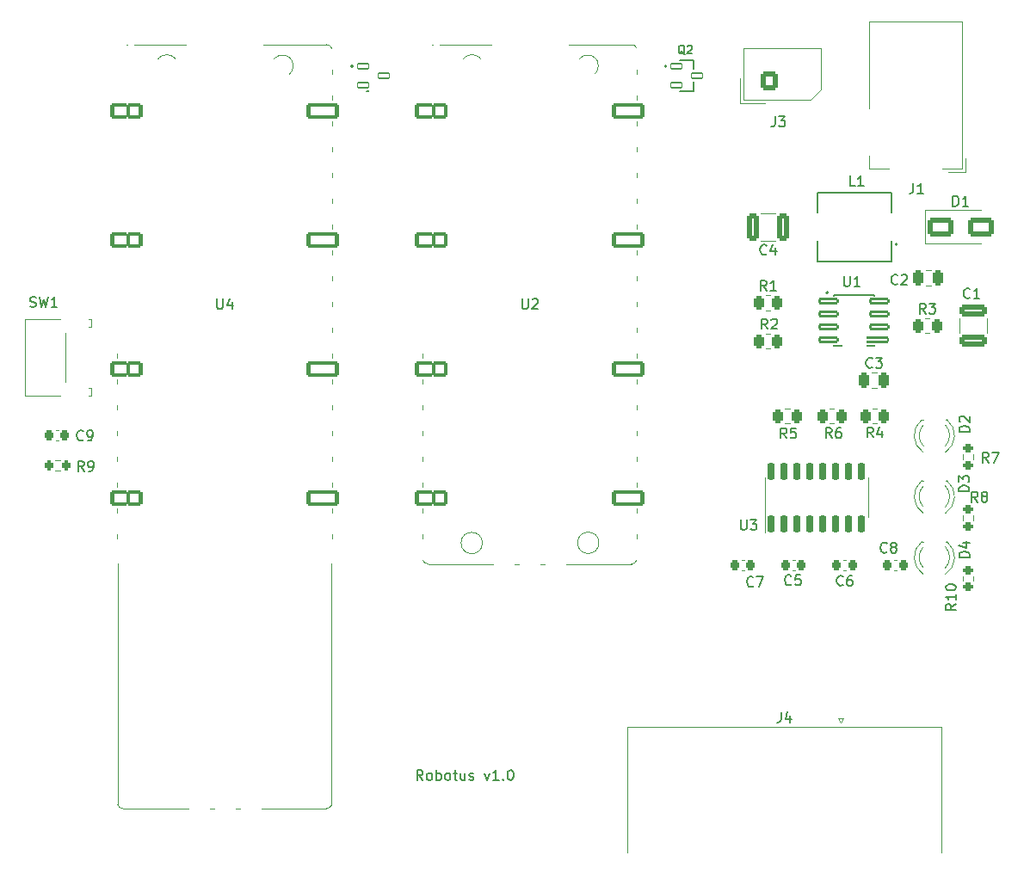
<source format=gto>
%TF.GenerationSoftware,KiCad,Pcbnew,7.0.1-3b83917a11~171~ubuntu20.04.1*%
%TF.CreationDate,2023-05-08T06:47:33+09:00*%
%TF.ProjectId,pcb,7063622e-6b69-4636-9164-5f7063625858,rev?*%
%TF.SameCoordinates,Original*%
%TF.FileFunction,Legend,Top*%
%TF.FilePolarity,Positive*%
%FSLAX46Y46*%
G04 Gerber Fmt 4.6, Leading zero omitted, Abs format (unit mm)*
G04 Created by KiCad (PCBNEW 7.0.1-3b83917a11~171~ubuntu20.04.1) date 2023-05-08 06:47:33*
%MOMM*%
%LPD*%
G01*
G04 APERTURE LIST*
G04 Aperture macros list*
%AMRoundRect*
0 Rectangle with rounded corners*
0 $1 Rounding radius*
0 $2 $3 $4 $5 $6 $7 $8 $9 X,Y pos of 4 corners*
0 Add a 4 corners polygon primitive as box body*
4,1,4,$2,$3,$4,$5,$6,$7,$8,$9,$2,$3,0*
0 Add four circle primitives for the rounded corners*
1,1,$1+$1,$2,$3*
1,1,$1+$1,$4,$5*
1,1,$1+$1,$6,$7*
1,1,$1+$1,$8,$9*
0 Add four rect primitives between the rounded corners*
20,1,$1+$1,$2,$3,$4,$5,0*
20,1,$1+$1,$4,$5,$6,$7,0*
20,1,$1+$1,$6,$7,$8,$9,0*
20,1,$1+$1,$8,$9,$2,$3,0*%
%AMFreePoly0*
4,1,58,1.881242,0.792533,1.914585,0.788777,1.924216,0.782725,1.935306,0.780194,1.961541,0.759271,1.989950,0.741421,2.341421,0.389950,2.359271,0.361541,2.380194,0.335306,2.382725,0.324216,2.388777,0.314585,2.392533,0.281242,2.400000,0.248529,2.400000,-0.248529,2.392533,-0.281242,2.388777,-0.314585,2.382725,-0.324216,2.380194,-0.335306,2.359271,-0.361541,2.341421,-0.389950,
1.989950,-0.741421,1.961541,-0.759271,1.935306,-0.780194,1.924216,-0.782725,1.914585,-0.788777,1.881242,-0.792533,1.848529,-0.800000,0.000000,-0.800000,-0.248529,-0.800000,-0.281242,-0.792533,-0.314585,-0.788777,-0.324216,-0.782725,-0.335306,-0.780194,-0.361541,-0.759271,-0.389950,-0.741421,-0.741421,-0.389950,-0.759271,-0.361541,-0.780194,-0.335306,-0.782725,-0.324216,-0.788777,-0.314585,
-0.792533,-0.281242,-0.800000,-0.248529,-0.800000,0.248529,-0.792533,0.281242,-0.788777,0.314585,-0.782725,0.324216,-0.780194,0.335306,-0.759271,0.361541,-0.741421,0.389950,-0.389950,0.741421,-0.361541,0.759271,-0.335306,0.780194,-0.324216,0.782725,-0.314585,0.788777,-0.281242,0.792533,-0.248529,0.800000,1.848529,0.800000,1.881242,0.792533,1.881242,0.792533,$1*%
%AMFreePoly1*
4,1,58,0.281242,0.792533,0.314585,0.788777,0.324216,0.782725,0.335306,0.780194,0.361541,0.759271,0.389950,0.741421,0.741421,0.389950,0.759271,0.361541,0.780194,0.335306,0.782725,0.324216,0.788777,0.314585,0.792533,0.281242,0.800000,0.248529,0.800000,-0.248529,0.792533,-0.281242,0.788777,-0.314585,0.782725,-0.324216,0.780194,-0.335306,0.759271,-0.361541,0.741421,-0.389950,
0.389950,-0.741421,0.361541,-0.759271,0.335306,-0.780194,0.324216,-0.782725,0.314585,-0.788777,0.281242,-0.792533,0.248529,-0.800000,0.000000,-0.800000,-0.248529,-0.800000,-0.281242,-0.792533,-0.314585,-0.788777,-0.324216,-0.782725,-0.335306,-0.780194,-0.361541,-0.759271,-0.389950,-0.741421,-0.741421,-0.389950,-0.759271,-0.361541,-0.780194,-0.335306,-0.782725,-0.324216,-0.788777,-0.314585,
-0.792533,-0.281242,-0.800000,-0.248529,-0.800000,0.248529,-0.792533,0.281242,-0.788777,0.314585,-0.782725,0.324216,-0.780194,0.335306,-0.759271,0.361541,-0.741421,0.389950,-0.389950,0.741421,-0.361541,0.759271,-0.335306,0.780194,-0.324216,0.782725,-0.314585,0.788777,-0.281242,0.792533,-0.248529,0.800000,0.248529,0.800000,0.281242,0.792533,0.281242,0.792533,$1*%
G04 Aperture macros list end*
%ADD10C,0.150000*%
%ADD11C,0.120000*%
%ADD12C,0.200000*%
%ADD13C,0.127000*%
%ADD14RoundRect,0.150000X0.150000X-0.725000X0.150000X0.725000X-0.150000X0.725000X-0.150000X-0.725000X0*%
%ADD15RoundRect,0.200000X-0.275000X0.200000X-0.275000X-0.200000X0.275000X-0.200000X0.275000X0.200000X0*%
%ADD16C,4.000000*%
%ADD17R,1.600000X1.600000*%
%ADD18C,1.600000*%
%ADD19R,1.800000X1.800000*%
%ADD20C,1.800000*%
%ADD21RoundRect,0.225000X-0.225000X-0.250000X0.225000X-0.250000X0.225000X0.250000X-0.225000X0.250000X0*%
%ADD22RoundRect,0.250000X0.262500X0.450000X-0.262500X0.450000X-0.262500X-0.450000X0.262500X-0.450000X0*%
%ADD23RoundRect,0.250000X-0.262500X-0.450000X0.262500X-0.450000X0.262500X0.450000X-0.262500X0.450000X0*%
%ADD24RoundRect,0.250000X-0.250000X-0.475000X0.250000X-0.475000X0.250000X0.475000X-0.250000X0.475000X0*%
%ADD25RoundRect,0.250000X-1.100000X0.325000X-1.100000X-0.325000X1.100000X-0.325000X1.100000X0.325000X0*%
%ADD26RoundRect,0.200000X0.200000X0.275000X-0.200000X0.275000X-0.200000X-0.275000X0.200000X-0.275000X0*%
%ADD27R,2.450000X2.100000*%
%ADD28RoundRect,0.225000X0.225000X0.250000X-0.225000X0.250000X-0.225000X-0.250000X0.225000X-0.250000X0*%
%ADD29FreePoly0,0.000000*%
%ADD30FreePoly1,0.000000*%
%ADD31O,3.200000X1.600000*%
%ADD32RoundRect,0.200000X-1.400000X-0.600000X1.400000X-0.600000X1.400000X0.600000X-1.400000X0.600000X0*%
%ADD33RoundRect,0.200000X-0.600000X-0.600000X0.600000X-0.600000X0.600000X0.600000X-0.600000X0.600000X0*%
%ADD34RoundRect,0.250000X-1.000000X-0.650000X1.000000X-0.650000X1.000000X0.650000X-1.000000X0.650000X0*%
%ADD35R,4.600000X2.000000*%
%ADD36O,4.200000X2.000000*%
%ADD37O,2.000000X4.200000*%
%ADD38RoundRect,0.250000X-0.600000X-0.675000X0.600000X-0.675000X0.600000X0.675000X-0.600000X0.675000X0*%
%ADD39O,1.700000X1.850000*%
%ADD40C,2.400000*%
%ADD41C,1.700000*%
%ADD42RoundRect,0.048800X-0.541200X-0.256200X0.541200X-0.256200X0.541200X0.256200X-0.541200X0.256200X0*%
%ADD43RoundRect,0.096000X-0.889000X-0.204000X0.889000X-0.204000X0.889000X0.204000X-0.889000X0.204000X0*%
%ADD44RoundRect,0.096000X-1.126000X-0.204000X1.126000X-0.204000X1.126000X0.204000X-1.126000X0.204000X0*%
%ADD45R,2.410000X4.698000*%
%ADD46RoundRect,0.250000X0.325000X1.100000X-0.325000X1.100000X-0.325000X-1.100000X0.325000X-1.100000X0*%
G04 APERTURE END LIST*
D10*
X59889523Y-92857619D02*
X59556190Y-92381428D01*
X59318095Y-92857619D02*
X59318095Y-91857619D01*
X59318095Y-91857619D02*
X59699047Y-91857619D01*
X59699047Y-91857619D02*
X59794285Y-91905238D01*
X59794285Y-91905238D02*
X59841904Y-91952857D01*
X59841904Y-91952857D02*
X59889523Y-92048095D01*
X59889523Y-92048095D02*
X59889523Y-92190952D01*
X59889523Y-92190952D02*
X59841904Y-92286190D01*
X59841904Y-92286190D02*
X59794285Y-92333809D01*
X59794285Y-92333809D02*
X59699047Y-92381428D01*
X59699047Y-92381428D02*
X59318095Y-92381428D01*
X60460952Y-92857619D02*
X60365714Y-92810000D01*
X60365714Y-92810000D02*
X60318095Y-92762380D01*
X60318095Y-92762380D02*
X60270476Y-92667142D01*
X60270476Y-92667142D02*
X60270476Y-92381428D01*
X60270476Y-92381428D02*
X60318095Y-92286190D01*
X60318095Y-92286190D02*
X60365714Y-92238571D01*
X60365714Y-92238571D02*
X60460952Y-92190952D01*
X60460952Y-92190952D02*
X60603809Y-92190952D01*
X60603809Y-92190952D02*
X60699047Y-92238571D01*
X60699047Y-92238571D02*
X60746666Y-92286190D01*
X60746666Y-92286190D02*
X60794285Y-92381428D01*
X60794285Y-92381428D02*
X60794285Y-92667142D01*
X60794285Y-92667142D02*
X60746666Y-92762380D01*
X60746666Y-92762380D02*
X60699047Y-92810000D01*
X60699047Y-92810000D02*
X60603809Y-92857619D01*
X60603809Y-92857619D02*
X60460952Y-92857619D01*
X61222857Y-92857619D02*
X61222857Y-91857619D01*
X61222857Y-92238571D02*
X61318095Y-92190952D01*
X61318095Y-92190952D02*
X61508571Y-92190952D01*
X61508571Y-92190952D02*
X61603809Y-92238571D01*
X61603809Y-92238571D02*
X61651428Y-92286190D01*
X61651428Y-92286190D02*
X61699047Y-92381428D01*
X61699047Y-92381428D02*
X61699047Y-92667142D01*
X61699047Y-92667142D02*
X61651428Y-92762380D01*
X61651428Y-92762380D02*
X61603809Y-92810000D01*
X61603809Y-92810000D02*
X61508571Y-92857619D01*
X61508571Y-92857619D02*
X61318095Y-92857619D01*
X61318095Y-92857619D02*
X61222857Y-92810000D01*
X62270476Y-92857619D02*
X62175238Y-92810000D01*
X62175238Y-92810000D02*
X62127619Y-92762380D01*
X62127619Y-92762380D02*
X62080000Y-92667142D01*
X62080000Y-92667142D02*
X62080000Y-92381428D01*
X62080000Y-92381428D02*
X62127619Y-92286190D01*
X62127619Y-92286190D02*
X62175238Y-92238571D01*
X62175238Y-92238571D02*
X62270476Y-92190952D01*
X62270476Y-92190952D02*
X62413333Y-92190952D01*
X62413333Y-92190952D02*
X62508571Y-92238571D01*
X62508571Y-92238571D02*
X62556190Y-92286190D01*
X62556190Y-92286190D02*
X62603809Y-92381428D01*
X62603809Y-92381428D02*
X62603809Y-92667142D01*
X62603809Y-92667142D02*
X62556190Y-92762380D01*
X62556190Y-92762380D02*
X62508571Y-92810000D01*
X62508571Y-92810000D02*
X62413333Y-92857619D01*
X62413333Y-92857619D02*
X62270476Y-92857619D01*
X62889524Y-92190952D02*
X63270476Y-92190952D01*
X63032381Y-91857619D02*
X63032381Y-92714761D01*
X63032381Y-92714761D02*
X63080000Y-92810000D01*
X63080000Y-92810000D02*
X63175238Y-92857619D01*
X63175238Y-92857619D02*
X63270476Y-92857619D01*
X64032381Y-92190952D02*
X64032381Y-92857619D01*
X63603810Y-92190952D02*
X63603810Y-92714761D01*
X63603810Y-92714761D02*
X63651429Y-92810000D01*
X63651429Y-92810000D02*
X63746667Y-92857619D01*
X63746667Y-92857619D02*
X63889524Y-92857619D01*
X63889524Y-92857619D02*
X63984762Y-92810000D01*
X63984762Y-92810000D02*
X64032381Y-92762380D01*
X64460953Y-92810000D02*
X64556191Y-92857619D01*
X64556191Y-92857619D02*
X64746667Y-92857619D01*
X64746667Y-92857619D02*
X64841905Y-92810000D01*
X64841905Y-92810000D02*
X64889524Y-92714761D01*
X64889524Y-92714761D02*
X64889524Y-92667142D01*
X64889524Y-92667142D02*
X64841905Y-92571904D01*
X64841905Y-92571904D02*
X64746667Y-92524285D01*
X64746667Y-92524285D02*
X64603810Y-92524285D01*
X64603810Y-92524285D02*
X64508572Y-92476666D01*
X64508572Y-92476666D02*
X64460953Y-92381428D01*
X64460953Y-92381428D02*
X64460953Y-92333809D01*
X64460953Y-92333809D02*
X64508572Y-92238571D01*
X64508572Y-92238571D02*
X64603810Y-92190952D01*
X64603810Y-92190952D02*
X64746667Y-92190952D01*
X64746667Y-92190952D02*
X64841905Y-92238571D01*
X65984763Y-92190952D02*
X66222858Y-92857619D01*
X66222858Y-92857619D02*
X66460953Y-92190952D01*
X67365715Y-92857619D02*
X66794287Y-92857619D01*
X67080001Y-92857619D02*
X67080001Y-91857619D01*
X67080001Y-91857619D02*
X66984763Y-92000476D01*
X66984763Y-92000476D02*
X66889525Y-92095714D01*
X66889525Y-92095714D02*
X66794287Y-92143333D01*
X67794287Y-92762380D02*
X67841906Y-92810000D01*
X67841906Y-92810000D02*
X67794287Y-92857619D01*
X67794287Y-92857619D02*
X67746668Y-92810000D01*
X67746668Y-92810000D02*
X67794287Y-92762380D01*
X67794287Y-92762380D02*
X67794287Y-92857619D01*
X68460953Y-91857619D02*
X68556191Y-91857619D01*
X68556191Y-91857619D02*
X68651429Y-91905238D01*
X68651429Y-91905238D02*
X68699048Y-91952857D01*
X68699048Y-91952857D02*
X68746667Y-92048095D01*
X68746667Y-92048095D02*
X68794286Y-92238571D01*
X68794286Y-92238571D02*
X68794286Y-92476666D01*
X68794286Y-92476666D02*
X68746667Y-92667142D01*
X68746667Y-92667142D02*
X68699048Y-92762380D01*
X68699048Y-92762380D02*
X68651429Y-92810000D01*
X68651429Y-92810000D02*
X68556191Y-92857619D01*
X68556191Y-92857619D02*
X68460953Y-92857619D01*
X68460953Y-92857619D02*
X68365715Y-92810000D01*
X68365715Y-92810000D02*
X68318096Y-92762380D01*
X68318096Y-92762380D02*
X68270477Y-92667142D01*
X68270477Y-92667142D02*
X68222858Y-92476666D01*
X68222858Y-92476666D02*
X68222858Y-92238571D01*
X68222858Y-92238571D02*
X68270477Y-92048095D01*
X68270477Y-92048095D02*
X68318096Y-91952857D01*
X68318096Y-91952857D02*
X68365715Y-91905238D01*
X68365715Y-91905238D02*
X68460953Y-91857619D01*
%TO.C,U3*%
X91172295Y-67227419D02*
X91172295Y-68036942D01*
X91172295Y-68036942D02*
X91219914Y-68132180D01*
X91219914Y-68132180D02*
X91267533Y-68179800D01*
X91267533Y-68179800D02*
X91362771Y-68227419D01*
X91362771Y-68227419D02*
X91553247Y-68227419D01*
X91553247Y-68227419D02*
X91648485Y-68179800D01*
X91648485Y-68179800D02*
X91696104Y-68132180D01*
X91696104Y-68132180D02*
X91743723Y-68036942D01*
X91743723Y-68036942D02*
X91743723Y-67227419D01*
X92124676Y-67227419D02*
X92743723Y-67227419D01*
X92743723Y-67227419D02*
X92410390Y-67608371D01*
X92410390Y-67608371D02*
X92553247Y-67608371D01*
X92553247Y-67608371D02*
X92648485Y-67655990D01*
X92648485Y-67655990D02*
X92696104Y-67703609D01*
X92696104Y-67703609D02*
X92743723Y-67798847D01*
X92743723Y-67798847D02*
X92743723Y-68036942D01*
X92743723Y-68036942D02*
X92696104Y-68132180D01*
X92696104Y-68132180D02*
X92648485Y-68179800D01*
X92648485Y-68179800D02*
X92553247Y-68227419D01*
X92553247Y-68227419D02*
X92267533Y-68227419D01*
X92267533Y-68227419D02*
X92172295Y-68179800D01*
X92172295Y-68179800D02*
X92124676Y-68132180D01*
%TO.C,R7*%
X115543333Y-61592619D02*
X115210000Y-61116428D01*
X114971905Y-61592619D02*
X114971905Y-60592619D01*
X114971905Y-60592619D02*
X115352857Y-60592619D01*
X115352857Y-60592619D02*
X115448095Y-60640238D01*
X115448095Y-60640238D02*
X115495714Y-60687857D01*
X115495714Y-60687857D02*
X115543333Y-60783095D01*
X115543333Y-60783095D02*
X115543333Y-60925952D01*
X115543333Y-60925952D02*
X115495714Y-61021190D01*
X115495714Y-61021190D02*
X115448095Y-61068809D01*
X115448095Y-61068809D02*
X115352857Y-61116428D01*
X115352857Y-61116428D02*
X114971905Y-61116428D01*
X115876667Y-60592619D02*
X116543333Y-60592619D01*
X116543333Y-60592619D02*
X116114762Y-61592619D01*
%TO.C,J4*%
X95126666Y-86176519D02*
X95126666Y-86890804D01*
X95126666Y-86890804D02*
X95079047Y-87033661D01*
X95079047Y-87033661D02*
X94983809Y-87128900D01*
X94983809Y-87128900D02*
X94840952Y-87176519D01*
X94840952Y-87176519D02*
X94745714Y-87176519D01*
X96031428Y-86509852D02*
X96031428Y-87176519D01*
X95793333Y-86128900D02*
X95555238Y-86843185D01*
X95555238Y-86843185D02*
X96174285Y-86843185D01*
%TO.C,R8*%
X114473333Y-65492619D02*
X114140000Y-65016428D01*
X113901905Y-65492619D02*
X113901905Y-64492619D01*
X113901905Y-64492619D02*
X114282857Y-64492619D01*
X114282857Y-64492619D02*
X114378095Y-64540238D01*
X114378095Y-64540238D02*
X114425714Y-64587857D01*
X114425714Y-64587857D02*
X114473333Y-64683095D01*
X114473333Y-64683095D02*
X114473333Y-64825952D01*
X114473333Y-64825952D02*
X114425714Y-64921190D01*
X114425714Y-64921190D02*
X114378095Y-64968809D01*
X114378095Y-64968809D02*
X114282857Y-65016428D01*
X114282857Y-65016428D02*
X113901905Y-65016428D01*
X115044762Y-64921190D02*
X114949524Y-64873571D01*
X114949524Y-64873571D02*
X114901905Y-64825952D01*
X114901905Y-64825952D02*
X114854286Y-64730714D01*
X114854286Y-64730714D02*
X114854286Y-64683095D01*
X114854286Y-64683095D02*
X114901905Y-64587857D01*
X114901905Y-64587857D02*
X114949524Y-64540238D01*
X114949524Y-64540238D02*
X115044762Y-64492619D01*
X115044762Y-64492619D02*
X115235238Y-64492619D01*
X115235238Y-64492619D02*
X115330476Y-64540238D01*
X115330476Y-64540238D02*
X115378095Y-64587857D01*
X115378095Y-64587857D02*
X115425714Y-64683095D01*
X115425714Y-64683095D02*
X115425714Y-64730714D01*
X115425714Y-64730714D02*
X115378095Y-64825952D01*
X115378095Y-64825952D02*
X115330476Y-64873571D01*
X115330476Y-64873571D02*
X115235238Y-64921190D01*
X115235238Y-64921190D02*
X115044762Y-64921190D01*
X115044762Y-64921190D02*
X114949524Y-64968809D01*
X114949524Y-64968809D02*
X114901905Y-65016428D01*
X114901905Y-65016428D02*
X114854286Y-65111666D01*
X114854286Y-65111666D02*
X114854286Y-65302142D01*
X114854286Y-65302142D02*
X114901905Y-65397380D01*
X114901905Y-65397380D02*
X114949524Y-65445000D01*
X114949524Y-65445000D02*
X115044762Y-65492619D01*
X115044762Y-65492619D02*
X115235238Y-65492619D01*
X115235238Y-65492619D02*
X115330476Y-65445000D01*
X115330476Y-65445000D02*
X115378095Y-65397380D01*
X115378095Y-65397380D02*
X115425714Y-65302142D01*
X115425714Y-65302142D02*
X115425714Y-65111666D01*
X115425714Y-65111666D02*
X115378095Y-65016428D01*
X115378095Y-65016428D02*
X115330476Y-64968809D01*
X115330476Y-64968809D02*
X115235238Y-64921190D01*
%TO.C,D3*%
X113642619Y-64438094D02*
X112642619Y-64438094D01*
X112642619Y-64438094D02*
X112642619Y-64199999D01*
X112642619Y-64199999D02*
X112690238Y-64057142D01*
X112690238Y-64057142D02*
X112785476Y-63961904D01*
X112785476Y-63961904D02*
X112880714Y-63914285D01*
X112880714Y-63914285D02*
X113071190Y-63866666D01*
X113071190Y-63866666D02*
X113214047Y-63866666D01*
X113214047Y-63866666D02*
X113404523Y-63914285D01*
X113404523Y-63914285D02*
X113499761Y-63961904D01*
X113499761Y-63961904D02*
X113595000Y-64057142D01*
X113595000Y-64057142D02*
X113642619Y-64199999D01*
X113642619Y-64199999D02*
X113642619Y-64438094D01*
X112642619Y-63533332D02*
X112642619Y-62914285D01*
X112642619Y-62914285D02*
X113023571Y-63247618D01*
X113023571Y-63247618D02*
X113023571Y-63104761D01*
X113023571Y-63104761D02*
X113071190Y-63009523D01*
X113071190Y-63009523D02*
X113118809Y-62961904D01*
X113118809Y-62961904D02*
X113214047Y-62914285D01*
X113214047Y-62914285D02*
X113452142Y-62914285D01*
X113452142Y-62914285D02*
X113547380Y-62961904D01*
X113547380Y-62961904D02*
X113595000Y-63009523D01*
X113595000Y-63009523D02*
X113642619Y-63104761D01*
X113642619Y-63104761D02*
X113642619Y-63390475D01*
X113642619Y-63390475D02*
X113595000Y-63485713D01*
X113595000Y-63485713D02*
X113547380Y-63533332D01*
%TO.C,C8*%
X105543333Y-70387380D02*
X105495714Y-70435000D01*
X105495714Y-70435000D02*
X105352857Y-70482619D01*
X105352857Y-70482619D02*
X105257619Y-70482619D01*
X105257619Y-70482619D02*
X105114762Y-70435000D01*
X105114762Y-70435000D02*
X105019524Y-70339761D01*
X105019524Y-70339761D02*
X104971905Y-70244523D01*
X104971905Y-70244523D02*
X104924286Y-70054047D01*
X104924286Y-70054047D02*
X104924286Y-69911190D01*
X104924286Y-69911190D02*
X104971905Y-69720714D01*
X104971905Y-69720714D02*
X105019524Y-69625476D01*
X105019524Y-69625476D02*
X105114762Y-69530238D01*
X105114762Y-69530238D02*
X105257619Y-69482619D01*
X105257619Y-69482619D02*
X105352857Y-69482619D01*
X105352857Y-69482619D02*
X105495714Y-69530238D01*
X105495714Y-69530238D02*
X105543333Y-69577857D01*
X106114762Y-69911190D02*
X106019524Y-69863571D01*
X106019524Y-69863571D02*
X105971905Y-69815952D01*
X105971905Y-69815952D02*
X105924286Y-69720714D01*
X105924286Y-69720714D02*
X105924286Y-69673095D01*
X105924286Y-69673095D02*
X105971905Y-69577857D01*
X105971905Y-69577857D02*
X106019524Y-69530238D01*
X106019524Y-69530238D02*
X106114762Y-69482619D01*
X106114762Y-69482619D02*
X106305238Y-69482619D01*
X106305238Y-69482619D02*
X106400476Y-69530238D01*
X106400476Y-69530238D02*
X106448095Y-69577857D01*
X106448095Y-69577857D02*
X106495714Y-69673095D01*
X106495714Y-69673095D02*
X106495714Y-69720714D01*
X106495714Y-69720714D02*
X106448095Y-69815952D01*
X106448095Y-69815952D02*
X106400476Y-69863571D01*
X106400476Y-69863571D02*
X106305238Y-69911190D01*
X106305238Y-69911190D02*
X106114762Y-69911190D01*
X106114762Y-69911190D02*
X106019524Y-69958809D01*
X106019524Y-69958809D02*
X105971905Y-70006428D01*
X105971905Y-70006428D02*
X105924286Y-70101666D01*
X105924286Y-70101666D02*
X105924286Y-70292142D01*
X105924286Y-70292142D02*
X105971905Y-70387380D01*
X105971905Y-70387380D02*
X106019524Y-70435000D01*
X106019524Y-70435000D02*
X106114762Y-70482619D01*
X106114762Y-70482619D02*
X106305238Y-70482619D01*
X106305238Y-70482619D02*
X106400476Y-70435000D01*
X106400476Y-70435000D02*
X106448095Y-70387380D01*
X106448095Y-70387380D02*
X106495714Y-70292142D01*
X106495714Y-70292142D02*
X106495714Y-70101666D01*
X106495714Y-70101666D02*
X106448095Y-70006428D01*
X106448095Y-70006428D02*
X106400476Y-69958809D01*
X106400476Y-69958809D02*
X106305238Y-69911190D01*
%TO.C,C9*%
X26465533Y-59346180D02*
X26417914Y-59393800D01*
X26417914Y-59393800D02*
X26275057Y-59441419D01*
X26275057Y-59441419D02*
X26179819Y-59441419D01*
X26179819Y-59441419D02*
X26036962Y-59393800D01*
X26036962Y-59393800D02*
X25941724Y-59298561D01*
X25941724Y-59298561D02*
X25894105Y-59203323D01*
X25894105Y-59203323D02*
X25846486Y-59012847D01*
X25846486Y-59012847D02*
X25846486Y-58869990D01*
X25846486Y-58869990D02*
X25894105Y-58679514D01*
X25894105Y-58679514D02*
X25941724Y-58584276D01*
X25941724Y-58584276D02*
X26036962Y-58489038D01*
X26036962Y-58489038D02*
X26179819Y-58441419D01*
X26179819Y-58441419D02*
X26275057Y-58441419D01*
X26275057Y-58441419D02*
X26417914Y-58489038D01*
X26417914Y-58489038D02*
X26465533Y-58536657D01*
X26941724Y-59441419D02*
X27132200Y-59441419D01*
X27132200Y-59441419D02*
X27227438Y-59393800D01*
X27227438Y-59393800D02*
X27275057Y-59346180D01*
X27275057Y-59346180D02*
X27370295Y-59203323D01*
X27370295Y-59203323D02*
X27417914Y-59012847D01*
X27417914Y-59012847D02*
X27417914Y-58631895D01*
X27417914Y-58631895D02*
X27370295Y-58536657D01*
X27370295Y-58536657D02*
X27322676Y-58489038D01*
X27322676Y-58489038D02*
X27227438Y-58441419D01*
X27227438Y-58441419D02*
X27036962Y-58441419D01*
X27036962Y-58441419D02*
X26941724Y-58489038D01*
X26941724Y-58489038D02*
X26894105Y-58536657D01*
X26894105Y-58536657D02*
X26846486Y-58631895D01*
X26846486Y-58631895D02*
X26846486Y-58869990D01*
X26846486Y-58869990D02*
X26894105Y-58965228D01*
X26894105Y-58965228D02*
X26941724Y-59012847D01*
X26941724Y-59012847D02*
X27036962Y-59060466D01*
X27036962Y-59060466D02*
X27227438Y-59060466D01*
X27227438Y-59060466D02*
X27322676Y-59012847D01*
X27322676Y-59012847D02*
X27370295Y-58965228D01*
X27370295Y-58965228D02*
X27417914Y-58869990D01*
%TO.C,C5*%
X96133333Y-73577380D02*
X96085714Y-73625000D01*
X96085714Y-73625000D02*
X95942857Y-73672619D01*
X95942857Y-73672619D02*
X95847619Y-73672619D01*
X95847619Y-73672619D02*
X95704762Y-73625000D01*
X95704762Y-73625000D02*
X95609524Y-73529761D01*
X95609524Y-73529761D02*
X95561905Y-73434523D01*
X95561905Y-73434523D02*
X95514286Y-73244047D01*
X95514286Y-73244047D02*
X95514286Y-73101190D01*
X95514286Y-73101190D02*
X95561905Y-72910714D01*
X95561905Y-72910714D02*
X95609524Y-72815476D01*
X95609524Y-72815476D02*
X95704762Y-72720238D01*
X95704762Y-72720238D02*
X95847619Y-72672619D01*
X95847619Y-72672619D02*
X95942857Y-72672619D01*
X95942857Y-72672619D02*
X96085714Y-72720238D01*
X96085714Y-72720238D02*
X96133333Y-72767857D01*
X97038095Y-72672619D02*
X96561905Y-72672619D01*
X96561905Y-72672619D02*
X96514286Y-73148809D01*
X96514286Y-73148809D02*
X96561905Y-73101190D01*
X96561905Y-73101190D02*
X96657143Y-73053571D01*
X96657143Y-73053571D02*
X96895238Y-73053571D01*
X96895238Y-73053571D02*
X96990476Y-73101190D01*
X96990476Y-73101190D02*
X97038095Y-73148809D01*
X97038095Y-73148809D02*
X97085714Y-73244047D01*
X97085714Y-73244047D02*
X97085714Y-73482142D01*
X97085714Y-73482142D02*
X97038095Y-73577380D01*
X97038095Y-73577380D02*
X96990476Y-73625000D01*
X96990476Y-73625000D02*
X96895238Y-73672619D01*
X96895238Y-73672619D02*
X96657143Y-73672619D01*
X96657143Y-73672619D02*
X96561905Y-73625000D01*
X96561905Y-73625000D02*
X96514286Y-73577380D01*
%TO.C,R2*%
X93799533Y-48466219D02*
X93466200Y-47990028D01*
X93228105Y-48466219D02*
X93228105Y-47466219D01*
X93228105Y-47466219D02*
X93609057Y-47466219D01*
X93609057Y-47466219D02*
X93704295Y-47513838D01*
X93704295Y-47513838D02*
X93751914Y-47561457D01*
X93751914Y-47561457D02*
X93799533Y-47656695D01*
X93799533Y-47656695D02*
X93799533Y-47799552D01*
X93799533Y-47799552D02*
X93751914Y-47894790D01*
X93751914Y-47894790D02*
X93704295Y-47942409D01*
X93704295Y-47942409D02*
X93609057Y-47990028D01*
X93609057Y-47990028D02*
X93228105Y-47990028D01*
X94180486Y-47561457D02*
X94228105Y-47513838D01*
X94228105Y-47513838D02*
X94323343Y-47466219D01*
X94323343Y-47466219D02*
X94561438Y-47466219D01*
X94561438Y-47466219D02*
X94656676Y-47513838D01*
X94656676Y-47513838D02*
X94704295Y-47561457D01*
X94704295Y-47561457D02*
X94751914Y-47656695D01*
X94751914Y-47656695D02*
X94751914Y-47751933D01*
X94751914Y-47751933D02*
X94704295Y-47894790D01*
X94704295Y-47894790D02*
X94132867Y-48466219D01*
X94132867Y-48466219D02*
X94751914Y-48466219D01*
%TO.C,R6*%
X100124133Y-59185019D02*
X99790800Y-58708828D01*
X99552705Y-59185019D02*
X99552705Y-58185019D01*
X99552705Y-58185019D02*
X99933657Y-58185019D01*
X99933657Y-58185019D02*
X100028895Y-58232638D01*
X100028895Y-58232638D02*
X100076514Y-58280257D01*
X100076514Y-58280257D02*
X100124133Y-58375495D01*
X100124133Y-58375495D02*
X100124133Y-58518352D01*
X100124133Y-58518352D02*
X100076514Y-58613590D01*
X100076514Y-58613590D02*
X100028895Y-58661209D01*
X100028895Y-58661209D02*
X99933657Y-58708828D01*
X99933657Y-58708828D02*
X99552705Y-58708828D01*
X100981276Y-58185019D02*
X100790800Y-58185019D01*
X100790800Y-58185019D02*
X100695562Y-58232638D01*
X100695562Y-58232638D02*
X100647943Y-58280257D01*
X100647943Y-58280257D02*
X100552705Y-58423114D01*
X100552705Y-58423114D02*
X100505086Y-58613590D01*
X100505086Y-58613590D02*
X100505086Y-58994542D01*
X100505086Y-58994542D02*
X100552705Y-59089780D01*
X100552705Y-59089780D02*
X100600324Y-59137400D01*
X100600324Y-59137400D02*
X100695562Y-59185019D01*
X100695562Y-59185019D02*
X100886038Y-59185019D01*
X100886038Y-59185019D02*
X100981276Y-59137400D01*
X100981276Y-59137400D02*
X101028895Y-59089780D01*
X101028895Y-59089780D02*
X101076514Y-58994542D01*
X101076514Y-58994542D02*
X101076514Y-58756447D01*
X101076514Y-58756447D02*
X101028895Y-58661209D01*
X101028895Y-58661209D02*
X100981276Y-58613590D01*
X100981276Y-58613590D02*
X100886038Y-58565971D01*
X100886038Y-58565971D02*
X100695562Y-58565971D01*
X100695562Y-58565971D02*
X100600324Y-58613590D01*
X100600324Y-58613590D02*
X100552705Y-58661209D01*
X100552705Y-58661209D02*
X100505086Y-58756447D01*
%TO.C,C3*%
X104111933Y-52200980D02*
X104064314Y-52248600D01*
X104064314Y-52248600D02*
X103921457Y-52296219D01*
X103921457Y-52296219D02*
X103826219Y-52296219D01*
X103826219Y-52296219D02*
X103683362Y-52248600D01*
X103683362Y-52248600D02*
X103588124Y-52153361D01*
X103588124Y-52153361D02*
X103540505Y-52058123D01*
X103540505Y-52058123D02*
X103492886Y-51867647D01*
X103492886Y-51867647D02*
X103492886Y-51724790D01*
X103492886Y-51724790D02*
X103540505Y-51534314D01*
X103540505Y-51534314D02*
X103588124Y-51439076D01*
X103588124Y-51439076D02*
X103683362Y-51343838D01*
X103683362Y-51343838D02*
X103826219Y-51296219D01*
X103826219Y-51296219D02*
X103921457Y-51296219D01*
X103921457Y-51296219D02*
X104064314Y-51343838D01*
X104064314Y-51343838D02*
X104111933Y-51391457D01*
X104445267Y-51296219D02*
X105064314Y-51296219D01*
X105064314Y-51296219D02*
X104730981Y-51677171D01*
X104730981Y-51677171D02*
X104873838Y-51677171D01*
X104873838Y-51677171D02*
X104969076Y-51724790D01*
X104969076Y-51724790D02*
X105016695Y-51772409D01*
X105016695Y-51772409D02*
X105064314Y-51867647D01*
X105064314Y-51867647D02*
X105064314Y-52105742D01*
X105064314Y-52105742D02*
X105016695Y-52200980D01*
X105016695Y-52200980D02*
X104969076Y-52248600D01*
X104969076Y-52248600D02*
X104873838Y-52296219D01*
X104873838Y-52296219D02*
X104588124Y-52296219D01*
X104588124Y-52296219D02*
X104492886Y-52248600D01*
X104492886Y-52248600D02*
X104445267Y-52200980D01*
%TO.C,R3*%
X109369733Y-46943219D02*
X109036400Y-46467028D01*
X108798305Y-46943219D02*
X108798305Y-45943219D01*
X108798305Y-45943219D02*
X109179257Y-45943219D01*
X109179257Y-45943219D02*
X109274495Y-45990838D01*
X109274495Y-45990838D02*
X109322114Y-46038457D01*
X109322114Y-46038457D02*
X109369733Y-46133695D01*
X109369733Y-46133695D02*
X109369733Y-46276552D01*
X109369733Y-46276552D02*
X109322114Y-46371790D01*
X109322114Y-46371790D02*
X109274495Y-46419409D01*
X109274495Y-46419409D02*
X109179257Y-46467028D01*
X109179257Y-46467028D02*
X108798305Y-46467028D01*
X109703067Y-45943219D02*
X110322114Y-45943219D01*
X110322114Y-45943219D02*
X109988781Y-46324171D01*
X109988781Y-46324171D02*
X110131638Y-46324171D01*
X110131638Y-46324171D02*
X110226876Y-46371790D01*
X110226876Y-46371790D02*
X110274495Y-46419409D01*
X110274495Y-46419409D02*
X110322114Y-46514647D01*
X110322114Y-46514647D02*
X110322114Y-46752742D01*
X110322114Y-46752742D02*
X110274495Y-46847980D01*
X110274495Y-46847980D02*
X110226876Y-46895600D01*
X110226876Y-46895600D02*
X110131638Y-46943219D01*
X110131638Y-46943219D02*
X109845924Y-46943219D01*
X109845924Y-46943219D02*
X109750686Y-46895600D01*
X109750686Y-46895600D02*
X109703067Y-46847980D01*
%TO.C,R10*%
X112332619Y-75512857D02*
X111856428Y-75846190D01*
X112332619Y-76084285D02*
X111332619Y-76084285D01*
X111332619Y-76084285D02*
X111332619Y-75703333D01*
X111332619Y-75703333D02*
X111380238Y-75608095D01*
X111380238Y-75608095D02*
X111427857Y-75560476D01*
X111427857Y-75560476D02*
X111523095Y-75512857D01*
X111523095Y-75512857D02*
X111665952Y-75512857D01*
X111665952Y-75512857D02*
X111761190Y-75560476D01*
X111761190Y-75560476D02*
X111808809Y-75608095D01*
X111808809Y-75608095D02*
X111856428Y-75703333D01*
X111856428Y-75703333D02*
X111856428Y-76084285D01*
X112332619Y-74560476D02*
X112332619Y-75131904D01*
X112332619Y-74846190D02*
X111332619Y-74846190D01*
X111332619Y-74846190D02*
X111475476Y-74941428D01*
X111475476Y-74941428D02*
X111570714Y-75036666D01*
X111570714Y-75036666D02*
X111618333Y-75131904D01*
X111332619Y-73941428D02*
X111332619Y-73846190D01*
X111332619Y-73846190D02*
X111380238Y-73750952D01*
X111380238Y-73750952D02*
X111427857Y-73703333D01*
X111427857Y-73703333D02*
X111523095Y-73655714D01*
X111523095Y-73655714D02*
X111713571Y-73608095D01*
X111713571Y-73608095D02*
X111951666Y-73608095D01*
X111951666Y-73608095D02*
X112142142Y-73655714D01*
X112142142Y-73655714D02*
X112237380Y-73703333D01*
X112237380Y-73703333D02*
X112285000Y-73750952D01*
X112285000Y-73750952D02*
X112332619Y-73846190D01*
X112332619Y-73846190D02*
X112332619Y-73941428D01*
X112332619Y-73941428D02*
X112285000Y-74036666D01*
X112285000Y-74036666D02*
X112237380Y-74084285D01*
X112237380Y-74084285D02*
X112142142Y-74131904D01*
X112142142Y-74131904D02*
X111951666Y-74179523D01*
X111951666Y-74179523D02*
X111713571Y-74179523D01*
X111713571Y-74179523D02*
X111523095Y-74131904D01*
X111523095Y-74131904D02*
X111427857Y-74084285D01*
X111427857Y-74084285D02*
X111380238Y-74036666D01*
X111380238Y-74036666D02*
X111332619Y-73941428D01*
%TO.C,C1*%
X113713133Y-45348380D02*
X113665514Y-45396000D01*
X113665514Y-45396000D02*
X113522657Y-45443619D01*
X113522657Y-45443619D02*
X113427419Y-45443619D01*
X113427419Y-45443619D02*
X113284562Y-45396000D01*
X113284562Y-45396000D02*
X113189324Y-45300761D01*
X113189324Y-45300761D02*
X113141705Y-45205523D01*
X113141705Y-45205523D02*
X113094086Y-45015047D01*
X113094086Y-45015047D02*
X113094086Y-44872190D01*
X113094086Y-44872190D02*
X113141705Y-44681714D01*
X113141705Y-44681714D02*
X113189324Y-44586476D01*
X113189324Y-44586476D02*
X113284562Y-44491238D01*
X113284562Y-44491238D02*
X113427419Y-44443619D01*
X113427419Y-44443619D02*
X113522657Y-44443619D01*
X113522657Y-44443619D02*
X113665514Y-44491238D01*
X113665514Y-44491238D02*
X113713133Y-44538857D01*
X114665514Y-45443619D02*
X114094086Y-45443619D01*
X114379800Y-45443619D02*
X114379800Y-44443619D01*
X114379800Y-44443619D02*
X114284562Y-44586476D01*
X114284562Y-44586476D02*
X114189324Y-44681714D01*
X114189324Y-44681714D02*
X114094086Y-44729333D01*
%TO.C,R9*%
X26541733Y-62464019D02*
X26208400Y-61987828D01*
X25970305Y-62464019D02*
X25970305Y-61464019D01*
X25970305Y-61464019D02*
X26351257Y-61464019D01*
X26351257Y-61464019D02*
X26446495Y-61511638D01*
X26446495Y-61511638D02*
X26494114Y-61559257D01*
X26494114Y-61559257D02*
X26541733Y-61654495D01*
X26541733Y-61654495D02*
X26541733Y-61797352D01*
X26541733Y-61797352D02*
X26494114Y-61892590D01*
X26494114Y-61892590D02*
X26446495Y-61940209D01*
X26446495Y-61940209D02*
X26351257Y-61987828D01*
X26351257Y-61987828D02*
X25970305Y-61987828D01*
X27017924Y-62464019D02*
X27208400Y-62464019D01*
X27208400Y-62464019D02*
X27303638Y-62416400D01*
X27303638Y-62416400D02*
X27351257Y-62368780D01*
X27351257Y-62368780D02*
X27446495Y-62225923D01*
X27446495Y-62225923D02*
X27494114Y-62035447D01*
X27494114Y-62035447D02*
X27494114Y-61654495D01*
X27494114Y-61654495D02*
X27446495Y-61559257D01*
X27446495Y-61559257D02*
X27398876Y-61511638D01*
X27398876Y-61511638D02*
X27303638Y-61464019D01*
X27303638Y-61464019D02*
X27113162Y-61464019D01*
X27113162Y-61464019D02*
X27017924Y-61511638D01*
X27017924Y-61511638D02*
X26970305Y-61559257D01*
X26970305Y-61559257D02*
X26922686Y-61654495D01*
X26922686Y-61654495D02*
X26922686Y-61892590D01*
X26922686Y-61892590D02*
X26970305Y-61987828D01*
X26970305Y-61987828D02*
X27017924Y-62035447D01*
X27017924Y-62035447D02*
X27113162Y-62083066D01*
X27113162Y-62083066D02*
X27303638Y-62083066D01*
X27303638Y-62083066D02*
X27398876Y-62035447D01*
X27398876Y-62035447D02*
X27446495Y-61987828D01*
X27446495Y-61987828D02*
X27494114Y-61892590D01*
%TO.C,D2*%
X113662619Y-58558094D02*
X112662619Y-58558094D01*
X112662619Y-58558094D02*
X112662619Y-58319999D01*
X112662619Y-58319999D02*
X112710238Y-58177142D01*
X112710238Y-58177142D02*
X112805476Y-58081904D01*
X112805476Y-58081904D02*
X112900714Y-58034285D01*
X112900714Y-58034285D02*
X113091190Y-57986666D01*
X113091190Y-57986666D02*
X113234047Y-57986666D01*
X113234047Y-57986666D02*
X113424523Y-58034285D01*
X113424523Y-58034285D02*
X113519761Y-58081904D01*
X113519761Y-58081904D02*
X113615000Y-58177142D01*
X113615000Y-58177142D02*
X113662619Y-58319999D01*
X113662619Y-58319999D02*
X113662619Y-58558094D01*
X112757857Y-57605713D02*
X112710238Y-57558094D01*
X112710238Y-57558094D02*
X112662619Y-57462856D01*
X112662619Y-57462856D02*
X112662619Y-57224761D01*
X112662619Y-57224761D02*
X112710238Y-57129523D01*
X112710238Y-57129523D02*
X112757857Y-57081904D01*
X112757857Y-57081904D02*
X112853095Y-57034285D01*
X112853095Y-57034285D02*
X112948333Y-57034285D01*
X112948333Y-57034285D02*
X113091190Y-57081904D01*
X113091190Y-57081904D02*
X113662619Y-57653332D01*
X113662619Y-57653332D02*
X113662619Y-57034285D01*
%TO.C,R4*%
X104188133Y-59133219D02*
X103854800Y-58657028D01*
X103616705Y-59133219D02*
X103616705Y-58133219D01*
X103616705Y-58133219D02*
X103997657Y-58133219D01*
X103997657Y-58133219D02*
X104092895Y-58180838D01*
X104092895Y-58180838D02*
X104140514Y-58228457D01*
X104140514Y-58228457D02*
X104188133Y-58323695D01*
X104188133Y-58323695D02*
X104188133Y-58466552D01*
X104188133Y-58466552D02*
X104140514Y-58561790D01*
X104140514Y-58561790D02*
X104092895Y-58609409D01*
X104092895Y-58609409D02*
X103997657Y-58657028D01*
X103997657Y-58657028D02*
X103616705Y-58657028D01*
X105045276Y-58466552D02*
X105045276Y-59133219D01*
X104807181Y-58085600D02*
X104569086Y-58799885D01*
X104569086Y-58799885D02*
X105188133Y-58799885D01*
%TO.C,C6*%
X101233333Y-73647380D02*
X101185714Y-73695000D01*
X101185714Y-73695000D02*
X101042857Y-73742619D01*
X101042857Y-73742619D02*
X100947619Y-73742619D01*
X100947619Y-73742619D02*
X100804762Y-73695000D01*
X100804762Y-73695000D02*
X100709524Y-73599761D01*
X100709524Y-73599761D02*
X100661905Y-73504523D01*
X100661905Y-73504523D02*
X100614286Y-73314047D01*
X100614286Y-73314047D02*
X100614286Y-73171190D01*
X100614286Y-73171190D02*
X100661905Y-72980714D01*
X100661905Y-72980714D02*
X100709524Y-72885476D01*
X100709524Y-72885476D02*
X100804762Y-72790238D01*
X100804762Y-72790238D02*
X100947619Y-72742619D01*
X100947619Y-72742619D02*
X101042857Y-72742619D01*
X101042857Y-72742619D02*
X101185714Y-72790238D01*
X101185714Y-72790238D02*
X101233333Y-72837857D01*
X102090476Y-72742619D02*
X101900000Y-72742619D01*
X101900000Y-72742619D02*
X101804762Y-72790238D01*
X101804762Y-72790238D02*
X101757143Y-72837857D01*
X101757143Y-72837857D02*
X101661905Y-72980714D01*
X101661905Y-72980714D02*
X101614286Y-73171190D01*
X101614286Y-73171190D02*
X101614286Y-73552142D01*
X101614286Y-73552142D02*
X101661905Y-73647380D01*
X101661905Y-73647380D02*
X101709524Y-73695000D01*
X101709524Y-73695000D02*
X101804762Y-73742619D01*
X101804762Y-73742619D02*
X101995238Y-73742619D01*
X101995238Y-73742619D02*
X102090476Y-73695000D01*
X102090476Y-73695000D02*
X102138095Y-73647380D01*
X102138095Y-73647380D02*
X102185714Y-73552142D01*
X102185714Y-73552142D02*
X102185714Y-73314047D01*
X102185714Y-73314047D02*
X102138095Y-73218809D01*
X102138095Y-73218809D02*
X102090476Y-73171190D01*
X102090476Y-73171190D02*
X101995238Y-73123571D01*
X101995238Y-73123571D02*
X101804762Y-73123571D01*
X101804762Y-73123571D02*
X101709524Y-73171190D01*
X101709524Y-73171190D02*
X101661905Y-73218809D01*
X101661905Y-73218809D02*
X101614286Y-73314047D01*
%TO.C,R5*%
X95679133Y-59210419D02*
X95345800Y-58734228D01*
X95107705Y-59210419D02*
X95107705Y-58210419D01*
X95107705Y-58210419D02*
X95488657Y-58210419D01*
X95488657Y-58210419D02*
X95583895Y-58258038D01*
X95583895Y-58258038D02*
X95631514Y-58305657D01*
X95631514Y-58305657D02*
X95679133Y-58400895D01*
X95679133Y-58400895D02*
X95679133Y-58543752D01*
X95679133Y-58543752D02*
X95631514Y-58638990D01*
X95631514Y-58638990D02*
X95583895Y-58686609D01*
X95583895Y-58686609D02*
X95488657Y-58734228D01*
X95488657Y-58734228D02*
X95107705Y-58734228D01*
X96583895Y-58210419D02*
X96107705Y-58210419D01*
X96107705Y-58210419D02*
X96060086Y-58686609D01*
X96060086Y-58686609D02*
X96107705Y-58638990D01*
X96107705Y-58638990D02*
X96202943Y-58591371D01*
X96202943Y-58591371D02*
X96441038Y-58591371D01*
X96441038Y-58591371D02*
X96536276Y-58638990D01*
X96536276Y-58638990D02*
X96583895Y-58686609D01*
X96583895Y-58686609D02*
X96631514Y-58781847D01*
X96631514Y-58781847D02*
X96631514Y-59019942D01*
X96631514Y-59019942D02*
X96583895Y-59115180D01*
X96583895Y-59115180D02*
X96536276Y-59162800D01*
X96536276Y-59162800D02*
X96441038Y-59210419D01*
X96441038Y-59210419D02*
X96202943Y-59210419D01*
X96202943Y-59210419D02*
X96107705Y-59162800D01*
X96107705Y-59162800D02*
X96060086Y-59115180D01*
%TO.C,L1*%
X102410115Y-34369270D02*
X101933872Y-34369270D01*
X101933872Y-34369270D02*
X101933872Y-33369160D01*
X103267352Y-34369270D02*
X102695861Y-34369270D01*
X102981606Y-34369270D02*
X102981606Y-33369160D01*
X102981606Y-33369160D02*
X102886358Y-33512033D01*
X102886358Y-33512033D02*
X102791109Y-33607281D01*
X102791109Y-33607281D02*
X102695861Y-33654906D01*
%TO.C,C7*%
X92403333Y-73737380D02*
X92355714Y-73785000D01*
X92355714Y-73785000D02*
X92212857Y-73832619D01*
X92212857Y-73832619D02*
X92117619Y-73832619D01*
X92117619Y-73832619D02*
X91974762Y-73785000D01*
X91974762Y-73785000D02*
X91879524Y-73689761D01*
X91879524Y-73689761D02*
X91831905Y-73594523D01*
X91831905Y-73594523D02*
X91784286Y-73404047D01*
X91784286Y-73404047D02*
X91784286Y-73261190D01*
X91784286Y-73261190D02*
X91831905Y-73070714D01*
X91831905Y-73070714D02*
X91879524Y-72975476D01*
X91879524Y-72975476D02*
X91974762Y-72880238D01*
X91974762Y-72880238D02*
X92117619Y-72832619D01*
X92117619Y-72832619D02*
X92212857Y-72832619D01*
X92212857Y-72832619D02*
X92355714Y-72880238D01*
X92355714Y-72880238D02*
X92403333Y-72927857D01*
X92736667Y-72832619D02*
X93403333Y-72832619D01*
X93403333Y-72832619D02*
X92974762Y-73832619D01*
%TO.C,U2*%
X69666895Y-45487419D02*
X69666895Y-46296942D01*
X69666895Y-46296942D02*
X69714514Y-46392180D01*
X69714514Y-46392180D02*
X69762133Y-46439800D01*
X69762133Y-46439800D02*
X69857371Y-46487419D01*
X69857371Y-46487419D02*
X70047847Y-46487419D01*
X70047847Y-46487419D02*
X70143085Y-46439800D01*
X70143085Y-46439800D02*
X70190704Y-46392180D01*
X70190704Y-46392180D02*
X70238323Y-46296942D01*
X70238323Y-46296942D02*
X70238323Y-45487419D01*
X70666895Y-45582657D02*
X70714514Y-45535038D01*
X70714514Y-45535038D02*
X70809752Y-45487419D01*
X70809752Y-45487419D02*
X71047847Y-45487419D01*
X71047847Y-45487419D02*
X71143085Y-45535038D01*
X71143085Y-45535038D02*
X71190704Y-45582657D01*
X71190704Y-45582657D02*
X71238323Y-45677895D01*
X71238323Y-45677895D02*
X71238323Y-45773133D01*
X71238323Y-45773133D02*
X71190704Y-45915990D01*
X71190704Y-45915990D02*
X70619276Y-46487419D01*
X70619276Y-46487419D02*
X71238323Y-46487419D01*
%TO.C,D1*%
X112049505Y-36365019D02*
X112049505Y-35365019D01*
X112049505Y-35365019D02*
X112287600Y-35365019D01*
X112287600Y-35365019D02*
X112430457Y-35412638D01*
X112430457Y-35412638D02*
X112525695Y-35507876D01*
X112525695Y-35507876D02*
X112573314Y-35603114D01*
X112573314Y-35603114D02*
X112620933Y-35793590D01*
X112620933Y-35793590D02*
X112620933Y-35936447D01*
X112620933Y-35936447D02*
X112573314Y-36126923D01*
X112573314Y-36126923D02*
X112525695Y-36222161D01*
X112525695Y-36222161D02*
X112430457Y-36317400D01*
X112430457Y-36317400D02*
X112287600Y-36365019D01*
X112287600Y-36365019D02*
X112049505Y-36365019D01*
X113573314Y-36365019D02*
X113001886Y-36365019D01*
X113287600Y-36365019D02*
X113287600Y-35365019D01*
X113287600Y-35365019D02*
X113192362Y-35507876D01*
X113192362Y-35507876D02*
X113097124Y-35603114D01*
X113097124Y-35603114D02*
X113001886Y-35650733D01*
%TO.C,J1*%
X108150066Y-34108219D02*
X108150066Y-34822504D01*
X108150066Y-34822504D02*
X108102447Y-34965361D01*
X108102447Y-34965361D02*
X108007209Y-35060600D01*
X108007209Y-35060600D02*
X107864352Y-35108219D01*
X107864352Y-35108219D02*
X107769114Y-35108219D01*
X109150066Y-35108219D02*
X108578638Y-35108219D01*
X108864352Y-35108219D02*
X108864352Y-34108219D01*
X108864352Y-34108219D02*
X108769114Y-34251076D01*
X108769114Y-34251076D02*
X108673876Y-34346314D01*
X108673876Y-34346314D02*
X108578638Y-34393933D01*
%TO.C,J3*%
X94530266Y-27544619D02*
X94530266Y-28258904D01*
X94530266Y-28258904D02*
X94482647Y-28401761D01*
X94482647Y-28401761D02*
X94387409Y-28497000D01*
X94387409Y-28497000D02*
X94244552Y-28544619D01*
X94244552Y-28544619D02*
X94149314Y-28544619D01*
X94911219Y-27544619D02*
X95530266Y-27544619D01*
X95530266Y-27544619D02*
X95196933Y-27925571D01*
X95196933Y-27925571D02*
X95339790Y-27925571D01*
X95339790Y-27925571D02*
X95435028Y-27973190D01*
X95435028Y-27973190D02*
X95482647Y-28020809D01*
X95482647Y-28020809D02*
X95530266Y-28116047D01*
X95530266Y-28116047D02*
X95530266Y-28354142D01*
X95530266Y-28354142D02*
X95482647Y-28449380D01*
X95482647Y-28449380D02*
X95435028Y-28497000D01*
X95435028Y-28497000D02*
X95339790Y-28544619D01*
X95339790Y-28544619D02*
X95054076Y-28544619D01*
X95054076Y-28544619D02*
X94958838Y-28497000D01*
X94958838Y-28497000D02*
X94911219Y-28449380D01*
%TO.C,SW1*%
X21232667Y-46246200D02*
X21375524Y-46293819D01*
X21375524Y-46293819D02*
X21613619Y-46293819D01*
X21613619Y-46293819D02*
X21708857Y-46246200D01*
X21708857Y-46246200D02*
X21756476Y-46198580D01*
X21756476Y-46198580D02*
X21804095Y-46103342D01*
X21804095Y-46103342D02*
X21804095Y-46008104D01*
X21804095Y-46008104D02*
X21756476Y-45912866D01*
X21756476Y-45912866D02*
X21708857Y-45865247D01*
X21708857Y-45865247D02*
X21613619Y-45817628D01*
X21613619Y-45817628D02*
X21423143Y-45770009D01*
X21423143Y-45770009D02*
X21327905Y-45722390D01*
X21327905Y-45722390D02*
X21280286Y-45674771D01*
X21280286Y-45674771D02*
X21232667Y-45579533D01*
X21232667Y-45579533D02*
X21232667Y-45484295D01*
X21232667Y-45484295D02*
X21280286Y-45389057D01*
X21280286Y-45389057D02*
X21327905Y-45341438D01*
X21327905Y-45341438D02*
X21423143Y-45293819D01*
X21423143Y-45293819D02*
X21661238Y-45293819D01*
X21661238Y-45293819D02*
X21804095Y-45341438D01*
X22137429Y-45293819D02*
X22375524Y-46293819D01*
X22375524Y-46293819D02*
X22566000Y-45579533D01*
X22566000Y-45579533D02*
X22756476Y-46293819D01*
X22756476Y-46293819D02*
X22994572Y-45293819D01*
X23899333Y-46293819D02*
X23327905Y-46293819D01*
X23613619Y-46293819D02*
X23613619Y-45293819D01*
X23613619Y-45293819D02*
X23518381Y-45436676D01*
X23518381Y-45436676D02*
X23423143Y-45531914D01*
X23423143Y-45531914D02*
X23327905Y-45579533D01*
%TO.C,Q2*%
X85654809Y-21418085D02*
X85578619Y-21379990D01*
X85578619Y-21379990D02*
X85502428Y-21303800D01*
X85502428Y-21303800D02*
X85388142Y-21189514D01*
X85388142Y-21189514D02*
X85311952Y-21151419D01*
X85311952Y-21151419D02*
X85235761Y-21151419D01*
X85273857Y-21341895D02*
X85197666Y-21303800D01*
X85197666Y-21303800D02*
X85121476Y-21227609D01*
X85121476Y-21227609D02*
X85083380Y-21075228D01*
X85083380Y-21075228D02*
X85083380Y-20808561D01*
X85083380Y-20808561D02*
X85121476Y-20656180D01*
X85121476Y-20656180D02*
X85197666Y-20579990D01*
X85197666Y-20579990D02*
X85273857Y-20541895D01*
X85273857Y-20541895D02*
X85426238Y-20541895D01*
X85426238Y-20541895D02*
X85502428Y-20579990D01*
X85502428Y-20579990D02*
X85578619Y-20656180D01*
X85578619Y-20656180D02*
X85616714Y-20808561D01*
X85616714Y-20808561D02*
X85616714Y-21075228D01*
X85616714Y-21075228D02*
X85578619Y-21227609D01*
X85578619Y-21227609D02*
X85502428Y-21303800D01*
X85502428Y-21303800D02*
X85426238Y-21341895D01*
X85426238Y-21341895D02*
X85273857Y-21341895D01*
X85921475Y-20618085D02*
X85959571Y-20579990D01*
X85959571Y-20579990D02*
X86035761Y-20541895D01*
X86035761Y-20541895D02*
X86226237Y-20541895D01*
X86226237Y-20541895D02*
X86302428Y-20579990D01*
X86302428Y-20579990D02*
X86340523Y-20618085D01*
X86340523Y-20618085D02*
X86378618Y-20694276D01*
X86378618Y-20694276D02*
X86378618Y-20770466D01*
X86378618Y-20770466D02*
X86340523Y-20884752D01*
X86340523Y-20884752D02*
X85883380Y-21341895D01*
X85883380Y-21341895D02*
X86378618Y-21341895D01*
%TO.C,Q1*%
X54810209Y-21418685D02*
X54734019Y-21380590D01*
X54734019Y-21380590D02*
X54657828Y-21304400D01*
X54657828Y-21304400D02*
X54543542Y-21190114D01*
X54543542Y-21190114D02*
X54467352Y-21152019D01*
X54467352Y-21152019D02*
X54391161Y-21152019D01*
X54429257Y-21342495D02*
X54353066Y-21304400D01*
X54353066Y-21304400D02*
X54276876Y-21228209D01*
X54276876Y-21228209D02*
X54238780Y-21075828D01*
X54238780Y-21075828D02*
X54238780Y-20809161D01*
X54238780Y-20809161D02*
X54276876Y-20656780D01*
X54276876Y-20656780D02*
X54353066Y-20580590D01*
X54353066Y-20580590D02*
X54429257Y-20542495D01*
X54429257Y-20542495D02*
X54581638Y-20542495D01*
X54581638Y-20542495D02*
X54657828Y-20580590D01*
X54657828Y-20580590D02*
X54734019Y-20656780D01*
X54734019Y-20656780D02*
X54772114Y-20809161D01*
X54772114Y-20809161D02*
X54772114Y-21075828D01*
X54772114Y-21075828D02*
X54734019Y-21228209D01*
X54734019Y-21228209D02*
X54657828Y-21304400D01*
X54657828Y-21304400D02*
X54581638Y-21342495D01*
X54581638Y-21342495D02*
X54429257Y-21342495D01*
X55534018Y-21342495D02*
X55076875Y-21342495D01*
X55305447Y-21342495D02*
X55305447Y-20542495D01*
X55305447Y-20542495D02*
X55229256Y-20656780D01*
X55229256Y-20656780D02*
X55153066Y-20732971D01*
X55153066Y-20732971D02*
X55076875Y-20771066D01*
%TO.C,C2*%
X106601133Y-44002180D02*
X106553514Y-44049800D01*
X106553514Y-44049800D02*
X106410657Y-44097419D01*
X106410657Y-44097419D02*
X106315419Y-44097419D01*
X106315419Y-44097419D02*
X106172562Y-44049800D01*
X106172562Y-44049800D02*
X106077324Y-43954561D01*
X106077324Y-43954561D02*
X106029705Y-43859323D01*
X106029705Y-43859323D02*
X105982086Y-43668847D01*
X105982086Y-43668847D02*
X105982086Y-43525990D01*
X105982086Y-43525990D02*
X106029705Y-43335514D01*
X106029705Y-43335514D02*
X106077324Y-43240276D01*
X106077324Y-43240276D02*
X106172562Y-43145038D01*
X106172562Y-43145038D02*
X106315419Y-43097419D01*
X106315419Y-43097419D02*
X106410657Y-43097419D01*
X106410657Y-43097419D02*
X106553514Y-43145038D01*
X106553514Y-43145038D02*
X106601133Y-43192657D01*
X106982086Y-43192657D02*
X107029705Y-43145038D01*
X107029705Y-43145038D02*
X107124943Y-43097419D01*
X107124943Y-43097419D02*
X107363038Y-43097419D01*
X107363038Y-43097419D02*
X107458276Y-43145038D01*
X107458276Y-43145038D02*
X107505895Y-43192657D01*
X107505895Y-43192657D02*
X107553514Y-43287895D01*
X107553514Y-43287895D02*
X107553514Y-43383133D01*
X107553514Y-43383133D02*
X107505895Y-43525990D01*
X107505895Y-43525990D02*
X106934467Y-44097419D01*
X106934467Y-44097419D02*
X107553514Y-44097419D01*
%TO.C,D4*%
X113662619Y-70928094D02*
X112662619Y-70928094D01*
X112662619Y-70928094D02*
X112662619Y-70689999D01*
X112662619Y-70689999D02*
X112710238Y-70547142D01*
X112710238Y-70547142D02*
X112805476Y-70451904D01*
X112805476Y-70451904D02*
X112900714Y-70404285D01*
X112900714Y-70404285D02*
X113091190Y-70356666D01*
X113091190Y-70356666D02*
X113234047Y-70356666D01*
X113234047Y-70356666D02*
X113424523Y-70404285D01*
X113424523Y-70404285D02*
X113519761Y-70451904D01*
X113519761Y-70451904D02*
X113615000Y-70547142D01*
X113615000Y-70547142D02*
X113662619Y-70689999D01*
X113662619Y-70689999D02*
X113662619Y-70928094D01*
X112995952Y-69499523D02*
X113662619Y-69499523D01*
X112615000Y-69737618D02*
X113329285Y-69975713D01*
X113329285Y-69975713D02*
X113329285Y-69356666D01*
%TO.C,R1*%
X93699833Y-44682619D02*
X93366500Y-44206428D01*
X93128405Y-44682619D02*
X93128405Y-43682619D01*
X93128405Y-43682619D02*
X93509357Y-43682619D01*
X93509357Y-43682619D02*
X93604595Y-43730238D01*
X93604595Y-43730238D02*
X93652214Y-43777857D01*
X93652214Y-43777857D02*
X93699833Y-43873095D01*
X93699833Y-43873095D02*
X93699833Y-44015952D01*
X93699833Y-44015952D02*
X93652214Y-44111190D01*
X93652214Y-44111190D02*
X93604595Y-44158809D01*
X93604595Y-44158809D02*
X93509357Y-44206428D01*
X93509357Y-44206428D02*
X93128405Y-44206428D01*
X94652214Y-44682619D02*
X94080786Y-44682619D01*
X94366500Y-44682619D02*
X94366500Y-43682619D01*
X94366500Y-43682619D02*
X94271262Y-43825476D01*
X94271262Y-43825476D02*
X94176024Y-43920714D01*
X94176024Y-43920714D02*
X94080786Y-43968333D01*
%TO.C,U4*%
X39644095Y-45487419D02*
X39644095Y-46296942D01*
X39644095Y-46296942D02*
X39691714Y-46392180D01*
X39691714Y-46392180D02*
X39739333Y-46439800D01*
X39739333Y-46439800D02*
X39834571Y-46487419D01*
X39834571Y-46487419D02*
X40025047Y-46487419D01*
X40025047Y-46487419D02*
X40120285Y-46439800D01*
X40120285Y-46439800D02*
X40167904Y-46392180D01*
X40167904Y-46392180D02*
X40215523Y-46296942D01*
X40215523Y-46296942D02*
X40215523Y-45487419D01*
X41120285Y-45820752D02*
X41120285Y-46487419D01*
X40882190Y-45439800D02*
X40644095Y-46154085D01*
X40644095Y-46154085D02*
X41263142Y-46154085D01*
%TO.C,U1*%
X101329199Y-43247636D02*
X101329199Y-44060449D01*
X101329199Y-44060449D02*
X101377012Y-44156074D01*
X101377012Y-44156074D02*
X101424824Y-44203887D01*
X101424824Y-44203887D02*
X101520449Y-44251699D01*
X101520449Y-44251699D02*
X101711699Y-44251699D01*
X101711699Y-44251699D02*
X101807324Y-44203887D01*
X101807324Y-44203887D02*
X101855137Y-44156074D01*
X101855137Y-44156074D02*
X101902949Y-44060449D01*
X101902949Y-44060449D02*
X101902949Y-43247636D01*
X102907013Y-44251699D02*
X102333263Y-44251699D01*
X102620138Y-44251699D02*
X102620138Y-43247636D01*
X102620138Y-43247636D02*
X102524513Y-43391074D01*
X102524513Y-43391074D02*
X102428888Y-43486699D01*
X102428888Y-43486699D02*
X102333263Y-43534511D01*
%TO.C,C4*%
X93697933Y-41069780D02*
X93650314Y-41117400D01*
X93650314Y-41117400D02*
X93507457Y-41165019D01*
X93507457Y-41165019D02*
X93412219Y-41165019D01*
X93412219Y-41165019D02*
X93269362Y-41117400D01*
X93269362Y-41117400D02*
X93174124Y-41022161D01*
X93174124Y-41022161D02*
X93126505Y-40926923D01*
X93126505Y-40926923D02*
X93078886Y-40736447D01*
X93078886Y-40736447D02*
X93078886Y-40593590D01*
X93078886Y-40593590D02*
X93126505Y-40403114D01*
X93126505Y-40403114D02*
X93174124Y-40307876D01*
X93174124Y-40307876D02*
X93269362Y-40212638D01*
X93269362Y-40212638D02*
X93412219Y-40165019D01*
X93412219Y-40165019D02*
X93507457Y-40165019D01*
X93507457Y-40165019D02*
X93650314Y-40212638D01*
X93650314Y-40212638D02*
X93697933Y-40260257D01*
X94555076Y-40498352D02*
X94555076Y-41165019D01*
X94316981Y-40117400D02*
X94078886Y-40831685D01*
X94078886Y-40831685D02*
X94697933Y-40831685D01*
D11*
%TO.C,U3*%
X93554400Y-65031200D02*
X93554400Y-68481200D01*
X93554400Y-65031200D02*
X93554400Y-63081200D01*
X103674400Y-65031200D02*
X103674400Y-66981200D01*
X103674400Y-65031200D02*
X103674400Y-63081200D01*
%TO.C,R7*%
X114082500Y-60817742D02*
X114082500Y-61292258D01*
X113037500Y-60817742D02*
X113037500Y-61292258D01*
%TO.C,J4*%
X79975000Y-87653900D02*
X110945000Y-87653900D01*
X79975000Y-99993900D02*
X79975000Y-87653900D01*
X100750000Y-86759562D02*
X101250000Y-86759562D01*
X101000000Y-87192575D02*
X100750000Y-86759562D01*
X101250000Y-86759562D02*
X101000000Y-87192575D01*
X110945000Y-87653900D02*
X110945000Y-99993900D01*
%TO.C,R8*%
X114082500Y-66827742D02*
X114082500Y-67302258D01*
X113037500Y-66827742D02*
X113037500Y-67302258D01*
%TO.C,D3*%
X111456000Y-63380000D02*
X111300000Y-63380000D01*
X109140000Y-63380000D02*
X108984000Y-63380000D01*
X111298608Y-66612334D02*
G75*
G03*
X111455515Y-63380001I-1078608J1672334D01*
G01*
X111299836Y-65981129D02*
G75*
G03*
X111299999Y-63899040I-1079836J1041129D01*
G01*
X109140001Y-63899040D02*
G75*
G03*
X109140164Y-65981129I1079999J-1040960D01*
G01*
X108984485Y-63380001D02*
G75*
G03*
X109141392Y-66612334I1235515J-1559999D01*
G01*
%TO.C,C8*%
X106233220Y-71217200D02*
X106514380Y-71217200D01*
X106233220Y-72237200D02*
X106514380Y-72237200D01*
%TO.C,C9*%
X23748420Y-58418000D02*
X24029580Y-58418000D01*
X23748420Y-59438000D02*
X24029580Y-59438000D01*
%TO.C,C5*%
X96233220Y-71217200D02*
X96514380Y-71217200D01*
X96233220Y-72237200D02*
X96514380Y-72237200D01*
%TO.C,R2*%
X94093564Y-50389600D02*
X93639436Y-50389600D01*
X94093564Y-48919600D02*
X93639436Y-48919600D01*
%TO.C,R6*%
X99913236Y-56285600D02*
X100367364Y-56285600D01*
X99913236Y-57755600D02*
X100367364Y-57755600D01*
%TO.C,C3*%
X104017348Y-52778600D02*
X104539852Y-52778600D01*
X104017348Y-54248600D02*
X104539852Y-54248600D01*
%TO.C,R3*%
X109309336Y-47395600D02*
X109763464Y-47395600D01*
X109309336Y-48865600D02*
X109763464Y-48865600D01*
%TO.C,R10*%
X114042500Y-72792742D02*
X114042500Y-73267258D01*
X112997500Y-72792742D02*
X112997500Y-73267258D01*
%TO.C,C1*%
X115366800Y-47419348D02*
X115366800Y-48841852D01*
X112646800Y-47419348D02*
X112646800Y-48841852D01*
%TO.C,R9*%
X24177058Y-62422300D02*
X23702542Y-62422300D01*
X24177058Y-61377300D02*
X23702542Y-61377300D01*
%TO.C,D2*%
X111456000Y-57380000D02*
X111300000Y-57380000D01*
X109140000Y-57380000D02*
X108984000Y-57380000D01*
X111298608Y-60612334D02*
G75*
G03*
X111455515Y-57380001I-1078608J1672334D01*
G01*
X111299836Y-59981129D02*
G75*
G03*
X111299999Y-57899040I-1079836J1041129D01*
G01*
X109140001Y-57899040D02*
G75*
G03*
X109140164Y-59981129I1079999J-1040960D01*
G01*
X108984485Y-57380001D02*
G75*
G03*
X109141392Y-60612334I1235515J-1559999D01*
G01*
%TO.C,R4*%
X104581864Y-57755600D02*
X104127736Y-57755600D01*
X104581864Y-56285600D02*
X104127736Y-56285600D01*
%TO.C,C6*%
X101233220Y-71217200D02*
X101514380Y-71217200D01*
X101233220Y-72237200D02*
X101514380Y-72237200D01*
%TO.C,R5*%
X95519036Y-56285600D02*
X95973164Y-56285600D01*
X95519036Y-57755600D02*
X95973164Y-57755600D01*
D12*
%TO.C,L1*%
X106023600Y-41827800D02*
X98723600Y-41827800D01*
X106023600Y-39827800D02*
X106023600Y-41827800D01*
X106023600Y-37027800D02*
X106023600Y-35027800D01*
X106023600Y-35027800D02*
X98723600Y-35027800D01*
X98723600Y-41827800D02*
X98723600Y-39827800D01*
X98723600Y-35027800D02*
X98723600Y-37027800D01*
X106573600Y-40127800D02*
G75*
G03*
X106573600Y-40127800I-100000J0D01*
G01*
D11*
%TO.C,C7*%
X91514380Y-72237200D02*
X91233220Y-72237200D01*
X91514380Y-71217200D02*
X91233220Y-71217200D01*
%TO.C,U2*%
X59848800Y-22954800D02*
X59848800Y-23374800D01*
X59848800Y-25494800D02*
X59848800Y-25914800D01*
X59848800Y-28034800D02*
X59848800Y-28454800D01*
X59848800Y-30574800D02*
X59848800Y-30994800D01*
X59848800Y-33114800D02*
X59848800Y-33534800D01*
X59848800Y-35654800D02*
X59848800Y-36074800D01*
X59848800Y-38194800D02*
X59848800Y-38614800D01*
X59848800Y-40734800D02*
X59848800Y-41154800D01*
X59848800Y-43274800D02*
X59848800Y-43694800D01*
X59848800Y-45814800D02*
X59848800Y-46234800D01*
X59848800Y-48354800D02*
X59848800Y-48774800D01*
X59848800Y-50894800D02*
X59848800Y-51314800D01*
X59848800Y-53434800D02*
X59848800Y-53854800D01*
X59848800Y-55974800D02*
X59848800Y-56394800D01*
X59848800Y-58514800D02*
X59848800Y-58934800D01*
X59848800Y-61054800D02*
X59848800Y-61474800D01*
X59848800Y-63594800D02*
X59848800Y-64014800D01*
X59848800Y-66134800D02*
X59848800Y-66554800D01*
X59848800Y-68674800D02*
X59848800Y-69094800D01*
X60408800Y-20464800D02*
X66598800Y-20464800D01*
X60408800Y-71584800D02*
X66808800Y-71584800D01*
X66598800Y-20464800D02*
X60408800Y-20464800D01*
X68928800Y-71584800D02*
X69348800Y-71584800D01*
X71468800Y-71584800D02*
X71888800Y-71584800D01*
X74008800Y-71584800D02*
X80408800Y-71584800D01*
X80408800Y-20464800D02*
X74218800Y-20464800D01*
X80968800Y-22954800D02*
X80968800Y-23374800D01*
X80968800Y-25494800D02*
X80968800Y-25914800D01*
X80968800Y-28034800D02*
X80968800Y-28454800D01*
X80968800Y-30574800D02*
X80968800Y-30994800D01*
X80968800Y-33114800D02*
X80968800Y-33534800D01*
X80968800Y-35654800D02*
X80968800Y-36074800D01*
X80968800Y-38194800D02*
X80968800Y-38614800D01*
X80968800Y-40734800D02*
X80968800Y-41154800D01*
X80968800Y-43274800D02*
X80968800Y-43694800D01*
X80968800Y-45814800D02*
X80968800Y-46234800D01*
X80968800Y-48354800D02*
X80968800Y-48774800D01*
X80968800Y-50894800D02*
X80968800Y-51314800D01*
X80968800Y-53434800D02*
X80968800Y-53854800D01*
X80968800Y-55974800D02*
X80968800Y-56394800D01*
X80968800Y-58514800D02*
X80968800Y-58934800D01*
X80968800Y-61054800D02*
X80968800Y-61474800D01*
X80968800Y-63594800D02*
X80968800Y-64014800D01*
X80968800Y-66134800D02*
X80968800Y-66554800D01*
X80968800Y-68674800D02*
X80968800Y-69094800D01*
X60408800Y-20464801D02*
G75*
G03*
X59878801Y-20834800I-1771J-562057D01*
G01*
X59878801Y-71214800D02*
G75*
G03*
X60408800Y-71584799I528226J192055D01*
G01*
X80938763Y-20834814D02*
G75*
G03*
X80408800Y-20464801I-528263J-192086D01*
G01*
X80408800Y-71584867D02*
G75*
G03*
X80938799Y-71214800I1600J562267D01*
G01*
X65748800Y-69524800D02*
G75*
G03*
X65748800Y-69524800I-1050000J0D01*
G01*
X65778800Y-22514800D02*
G75*
G03*
X65778800Y-22514800I-1050000J0D01*
G01*
X77158800Y-22554800D02*
G75*
G03*
X77158800Y-22554800I-1050000J0D01*
G01*
X77208800Y-69504800D02*
G75*
G03*
X77208800Y-69504800I-1050000J0D01*
G01*
%TO.C,D1*%
X109277600Y-36752400D02*
X109277600Y-40052400D01*
X109277600Y-36752400D02*
X114787600Y-36752400D01*
X109277600Y-40052400D02*
X114787600Y-40052400D01*
%TO.C,J1*%
X113281800Y-32979400D02*
X113281800Y-31679400D01*
X112981800Y-32679400D02*
X110981800Y-32679400D01*
X112981800Y-18179400D02*
X112981800Y-32679400D01*
X111581800Y-32979400D02*
X113281800Y-32979400D01*
X105781800Y-32679400D02*
X103781800Y-32679400D01*
X103781800Y-32679400D02*
X103781800Y-31379400D01*
X103781800Y-26779400D02*
X103781800Y-18179400D01*
X103781800Y-18179400D02*
X112981800Y-18179400D01*
%TO.C,J3*%
X91114600Y-23818000D02*
X91114600Y-26228000D01*
X91114600Y-26228000D02*
X93524600Y-26228000D01*
X91414600Y-20808000D02*
X91414600Y-25928000D01*
X91414600Y-25928000D02*
X98034600Y-25928000D01*
X98034600Y-25928000D02*
X99034600Y-24928000D01*
X99034600Y-20808000D02*
X91414600Y-20808000D01*
X99034600Y-24928000D02*
X99034600Y-20808000D01*
%TO.C,SW1*%
X20744000Y-55042000D02*
X24194000Y-55042000D01*
X27034000Y-55042000D02*
X27234000Y-55042000D01*
X27234000Y-54252000D02*
X27234000Y-55042000D01*
X27234000Y-54252000D02*
X26984000Y-54252000D01*
X24684000Y-53662000D02*
X24684000Y-48882000D01*
X27234000Y-48292000D02*
X26984000Y-48292000D01*
X20744000Y-47502000D02*
X20744000Y-55042000D01*
X24194000Y-47502000D02*
X20744000Y-47502000D01*
X27034000Y-47502000D02*
X27234000Y-47502000D01*
X27234000Y-47502000D02*
X27234000Y-48292000D01*
D13*
%TO.C,Q2*%
X85161000Y-21969800D02*
X86561000Y-21969800D01*
X86561000Y-21969800D02*
X86561000Y-22889800D01*
X86561000Y-24149800D02*
X86561000Y-25069800D01*
X86561000Y-25069800D02*
X85161000Y-25069800D01*
D12*
X83861000Y-22604800D02*
G75*
G03*
X83861000Y-22604800I-100000J0D01*
G01*
D13*
%TO.C,Q1*%
X54316400Y-21970400D02*
X55716400Y-21970400D01*
X55716400Y-21970400D02*
X55716400Y-22890400D01*
X55716400Y-24150400D02*
X55716400Y-25070400D01*
X55716400Y-25070400D02*
X54316400Y-25070400D01*
D12*
X53016400Y-22605400D02*
G75*
G03*
X53016400Y-22605400I-100000J0D01*
G01*
D11*
%TO.C,C2*%
X109351348Y-42696600D02*
X109873852Y-42696600D01*
X109351348Y-44166600D02*
X109873852Y-44166600D01*
%TO.C,D4*%
X111456000Y-69380000D02*
X111300000Y-69380000D01*
X109140000Y-69380000D02*
X108984000Y-69380000D01*
X111298608Y-72612334D02*
G75*
G03*
X111455515Y-69380001I-1078608J1672334D01*
G01*
X111299836Y-71981129D02*
G75*
G03*
X111299999Y-69899040I-1079836J1041129D01*
G01*
X109140001Y-69899040D02*
G75*
G03*
X109140164Y-71981129I1079999J-1040960D01*
G01*
X108984485Y-69380001D02*
G75*
G03*
X109141392Y-72612334I1235515J-1559999D01*
G01*
%TO.C,R1*%
X93639436Y-45135000D02*
X94093564Y-45135000D01*
X93639436Y-46605000D02*
X94093564Y-46605000D01*
%TO.C,U4*%
X29826000Y-22954800D02*
X29826000Y-23374800D01*
X29826000Y-25494800D02*
X29826000Y-25914800D01*
X29826000Y-28034800D02*
X29826000Y-28454800D01*
X29826000Y-30574800D02*
X29826000Y-30994800D01*
X29826000Y-33114800D02*
X29826000Y-33534800D01*
X29826000Y-35654800D02*
X29826000Y-36074800D01*
X29826000Y-38194800D02*
X29826000Y-38614800D01*
X29826000Y-40734800D02*
X29826000Y-41154800D01*
X29826000Y-43274800D02*
X29826000Y-43694800D01*
X29826000Y-45814800D02*
X29826000Y-46234800D01*
X29826000Y-48354800D02*
X29826000Y-48774800D01*
X29826000Y-50894800D02*
X29826000Y-51314800D01*
X29826000Y-53434800D02*
X29826000Y-53854800D01*
X29826000Y-55974800D02*
X29826000Y-56394800D01*
X29826000Y-58514800D02*
X29826000Y-58934800D01*
X29826000Y-61054800D02*
X29826000Y-61474800D01*
X29826000Y-63594800D02*
X29826000Y-64014800D01*
X29826000Y-66134800D02*
X29826000Y-66554800D01*
X29826000Y-68674800D02*
X29826000Y-69094800D01*
X29856000Y-71564800D02*
X29856000Y-95294800D01*
X30386000Y-20464800D02*
X36576000Y-20464800D01*
X30386000Y-95664800D02*
X36786000Y-95664800D01*
X36576000Y-20464800D02*
X30386000Y-20464800D01*
X38906000Y-95664800D02*
X39326000Y-95664800D01*
X41446000Y-95664800D02*
X41866000Y-95664800D01*
X43986000Y-95664800D02*
X50386000Y-95664800D01*
X50386000Y-20464800D02*
X44196000Y-20464800D01*
X50916000Y-71564800D02*
X50916000Y-95294800D01*
X50946000Y-22954800D02*
X50946000Y-23374800D01*
X50946000Y-25494800D02*
X50946000Y-25914800D01*
X50946000Y-28034800D02*
X50946000Y-28454800D01*
X50946000Y-30574800D02*
X50946000Y-30994800D01*
X50946000Y-33114800D02*
X50946000Y-33534800D01*
X50946000Y-35654800D02*
X50946000Y-36074800D01*
X50946000Y-38194800D02*
X50946000Y-38614800D01*
X50946000Y-40734800D02*
X50946000Y-41154800D01*
X50946000Y-43274800D02*
X50946000Y-43694800D01*
X50946000Y-45814800D02*
X50946000Y-46234800D01*
X50946000Y-48354800D02*
X50946000Y-48774800D01*
X50946000Y-50894800D02*
X50946000Y-51314800D01*
X50946000Y-53434800D02*
X50946000Y-53854800D01*
X50946000Y-55974800D02*
X50946000Y-56394800D01*
X50946000Y-58514800D02*
X50946000Y-58934800D01*
X50946000Y-61054800D02*
X50946000Y-61474800D01*
X50946000Y-63594800D02*
X50946000Y-64014800D01*
X50946000Y-66134800D02*
X50946000Y-66554800D01*
X50946000Y-68674800D02*
X50946000Y-69094800D01*
X30386000Y-20464801D02*
G75*
G03*
X29856000Y-20834800I-1770J-562059D01*
G01*
X29856001Y-95294800D02*
G75*
G03*
X30386000Y-95664799I528226J192055D01*
G01*
X50916025Y-20834791D02*
G75*
G03*
X50386000Y-20464801I-528325J-192209D01*
G01*
X50386000Y-95664744D02*
G75*
G03*
X50915999Y-95294800I1800J562044D01*
G01*
X35756000Y-22514800D02*
G75*
G03*
X35756000Y-22514800I-1050000J0D01*
G01*
X47136000Y-22554800D02*
G75*
G03*
X47136000Y-22554800I-1050000J0D01*
G01*
D13*
%TO.C,U1*%
X100322800Y-45120800D02*
X100322800Y-45220800D01*
X100322800Y-45120800D02*
X104322800Y-45120800D01*
X100322800Y-50020800D02*
X100322800Y-50120800D01*
X100322800Y-50120800D02*
X104322800Y-50120800D01*
X104322800Y-45120800D02*
X104322800Y-45220800D01*
X104322800Y-50020800D02*
X104322800Y-50120800D01*
D12*
X99755800Y-44880800D02*
G75*
G03*
X99755800Y-44880800I-100000J0D01*
G01*
D11*
%TO.C,C4*%
X94575852Y-39762400D02*
X93153348Y-39762400D01*
X94575852Y-37042400D02*
X93153348Y-37042400D01*
%TD*%
%LPC*%
D14*
%TO.C,U3*%
X94169400Y-67606200D03*
X95439400Y-67606200D03*
X96709400Y-67606200D03*
X97979400Y-67606200D03*
X99249400Y-67606200D03*
X100519400Y-67606200D03*
X101789400Y-67606200D03*
X103059400Y-67606200D03*
X103059400Y-62456200D03*
X101789400Y-62456200D03*
X100519400Y-62456200D03*
X99249400Y-62456200D03*
X97979400Y-62456200D03*
X96709400Y-62456200D03*
X95439400Y-62456200D03*
X94169400Y-62456200D03*
%TD*%
D15*
%TO.C,R7*%
X113560000Y-60230000D03*
X113560000Y-61880000D03*
%TD*%
D16*
%TO.C,J4*%
X82960000Y-90933900D03*
X107960000Y-90933900D03*
D17*
X101000000Y-89513900D03*
D18*
X98230000Y-89513900D03*
X95460000Y-89513900D03*
X92690000Y-89513900D03*
X89920000Y-89513900D03*
X99615000Y-92353900D03*
X96845000Y-92353900D03*
X94075000Y-92353900D03*
X91305000Y-92353900D03*
%TD*%
D15*
%TO.C,R8*%
X113560000Y-66240000D03*
X113560000Y-67890000D03*
%TD*%
D19*
%TO.C,D3*%
X110220000Y-63670000D03*
D20*
X110220000Y-66210000D03*
%TD*%
D21*
%TO.C,C8*%
X105598800Y-71727200D03*
X107148800Y-71727200D03*
%TD*%
%TO.C,C9*%
X23114000Y-58928000D03*
X24664000Y-58928000D03*
%TD*%
%TO.C,C5*%
X95598800Y-71727200D03*
X97148800Y-71727200D03*
%TD*%
D22*
%TO.C,R2*%
X94779000Y-49654600D03*
X92954000Y-49654600D03*
%TD*%
D23*
%TO.C,R6*%
X99227800Y-57020600D03*
X101052800Y-57020600D03*
%TD*%
D24*
%TO.C,C3*%
X103328600Y-53513600D03*
X105228600Y-53513600D03*
%TD*%
D23*
%TO.C,R3*%
X108623900Y-48130600D03*
X110448900Y-48130600D03*
%TD*%
D15*
%TO.C,R10*%
X113520000Y-72205000D03*
X113520000Y-73855000D03*
%TD*%
D25*
%TO.C,C1*%
X114006800Y-46655600D03*
X114006800Y-49605600D03*
%TD*%
D26*
%TO.C,R9*%
X24764800Y-61899800D03*
X23114800Y-61899800D03*
%TD*%
D19*
%TO.C,D2*%
X110220000Y-57670000D03*
D20*
X110220000Y-60210000D03*
%TD*%
D22*
%TO.C,R4*%
X105267300Y-57020600D03*
X103442300Y-57020600D03*
%TD*%
D21*
%TO.C,C6*%
X100598800Y-71727200D03*
X102148800Y-71727200D03*
%TD*%
D23*
%TO.C,R5*%
X94833600Y-57020600D03*
X96658600Y-57020600D03*
%TD*%
D27*
%TO.C,L1*%
X105373600Y-38427800D03*
X99373600Y-38427800D03*
%TD*%
D28*
%TO.C,C7*%
X92148800Y-71727200D03*
X90598800Y-71727200D03*
%TD*%
D29*
%TO.C,U2*%
X59918800Y-21894800D03*
D30*
X61518800Y-21894800D03*
D31*
X60718800Y-24434800D03*
D18*
X61518800Y-24434800D03*
D32*
X60718800Y-26974800D03*
D33*
X61518800Y-26974800D03*
D31*
X60718800Y-29514800D03*
D18*
X61518800Y-29514800D03*
D31*
X60718800Y-32054800D03*
D18*
X61518800Y-32054800D03*
D31*
X60718800Y-34594800D03*
D18*
X61518800Y-34594800D03*
D31*
X60718800Y-37134800D03*
D18*
X61518800Y-37134800D03*
D32*
X60718800Y-39674800D03*
D33*
X61518800Y-39674800D03*
D31*
X60718800Y-42214800D03*
D18*
X61518800Y-42214800D03*
D31*
X60718800Y-44754800D03*
D18*
X61518800Y-44754800D03*
D31*
X60718800Y-47294800D03*
D18*
X61518800Y-47294800D03*
D31*
X60718800Y-49834800D03*
D18*
X61518800Y-49834800D03*
D32*
X60718800Y-52374800D03*
D33*
X61518800Y-52374800D03*
D31*
X60718800Y-54914800D03*
D18*
X61518800Y-54914800D03*
D31*
X60718800Y-57454800D03*
D18*
X61518800Y-57454800D03*
D31*
X60718800Y-59994800D03*
D18*
X61518800Y-59994800D03*
D31*
X60718800Y-62534800D03*
D18*
X61518800Y-62534800D03*
D32*
X60718800Y-65074800D03*
D33*
X61518800Y-65074800D03*
D31*
X60718800Y-67614800D03*
D18*
X61518800Y-67614800D03*
D31*
X60718800Y-70154800D03*
D18*
X61518800Y-70154800D03*
X79298800Y-70154800D03*
D31*
X80098800Y-70154800D03*
D18*
X79298800Y-67614800D03*
D31*
X80098800Y-67614800D03*
D33*
X79298800Y-65074800D03*
D32*
X80098800Y-65074800D03*
D18*
X79298800Y-62534800D03*
D31*
X80098800Y-62534800D03*
D18*
X79298800Y-59994800D03*
D31*
X80098800Y-59994800D03*
D18*
X79298800Y-57454800D03*
D31*
X80098800Y-57454800D03*
D18*
X79298800Y-54914800D03*
D31*
X80098800Y-54914800D03*
D33*
X79298800Y-52374800D03*
D32*
X80098800Y-52374800D03*
D18*
X79298800Y-49834800D03*
D31*
X80098800Y-49834800D03*
D18*
X79298800Y-47294800D03*
D31*
X80098800Y-47294800D03*
D18*
X79298800Y-44754800D03*
D31*
X80098800Y-44754800D03*
D18*
X79298800Y-42214800D03*
D31*
X80098800Y-42214800D03*
D33*
X79298800Y-39674800D03*
D32*
X80098800Y-39674800D03*
D18*
X79298800Y-37134800D03*
D31*
X80098800Y-37134800D03*
D18*
X79298800Y-34594800D03*
D31*
X80098800Y-34594800D03*
D18*
X79298800Y-32054800D03*
D31*
X80098800Y-32054800D03*
D18*
X79298800Y-29514800D03*
D31*
X80098800Y-29514800D03*
D33*
X79298800Y-26974800D03*
D32*
X80098800Y-26974800D03*
D18*
X79298800Y-24434800D03*
D31*
X80098800Y-24434800D03*
D18*
X79298800Y-21894800D03*
D31*
X80098800Y-21894800D03*
%TD*%
D34*
%TO.C,D1*%
X110787600Y-38402400D03*
X114787600Y-38402400D03*
%TD*%
D35*
%TO.C,J1*%
X108381800Y-31979400D03*
D36*
X108381800Y-25679400D03*
D37*
X103581800Y-29079400D03*
%TD*%
D38*
%TO.C,J3*%
X93974600Y-24018000D03*
D39*
X96474600Y-24018000D03*
%TD*%
D40*
%TO.C,SW1*%
X25614000Y-54772000D03*
X25614000Y-47772000D03*
D41*
X23114000Y-53522000D03*
X23114000Y-49022000D03*
%TD*%
D42*
%TO.C,Q2*%
X84836000Y-22604800D03*
X84836000Y-24434800D03*
X86886000Y-23519800D03*
%TD*%
%TO.C,Q1*%
X53991400Y-22605400D03*
X53991400Y-24435400D03*
X56041400Y-23520400D03*
%TD*%
D24*
%TO.C,C2*%
X108662600Y-43431600D03*
X110562600Y-43431600D03*
%TD*%
D19*
%TO.C,D4*%
X110220000Y-69670000D03*
D20*
X110220000Y-72210000D03*
%TD*%
D23*
%TO.C,R1*%
X92954000Y-45870000D03*
X94779000Y-45870000D03*
%TD*%
D29*
%TO.C,U4*%
X29896000Y-21894800D03*
D30*
X31496000Y-21894800D03*
D31*
X30696000Y-24434800D03*
D18*
X31496000Y-24434800D03*
D32*
X30696000Y-26974800D03*
D33*
X31496000Y-26974800D03*
D31*
X30696000Y-29514800D03*
D18*
X31496000Y-29514800D03*
D31*
X30696000Y-32054800D03*
D18*
X31496000Y-32054800D03*
D31*
X30696000Y-34594800D03*
D18*
X31496000Y-34594800D03*
D31*
X30696000Y-37134800D03*
D18*
X31496000Y-37134800D03*
D32*
X30696000Y-39674800D03*
D33*
X31496000Y-39674800D03*
D31*
X30696000Y-42214800D03*
D18*
X31496000Y-42214800D03*
D31*
X30696000Y-44754800D03*
D18*
X31496000Y-44754800D03*
D31*
X30696000Y-47294800D03*
D18*
X31496000Y-47294800D03*
D31*
X30696000Y-49834800D03*
D18*
X31496000Y-49834800D03*
D32*
X30696000Y-52374800D03*
D33*
X31496000Y-52374800D03*
D31*
X30696000Y-54914800D03*
D18*
X31496000Y-54914800D03*
D31*
X30696000Y-57454800D03*
D18*
X31496000Y-57454800D03*
D31*
X30696000Y-59994800D03*
D18*
X31496000Y-59994800D03*
D31*
X30696000Y-62534800D03*
D18*
X31496000Y-62534800D03*
D32*
X30696000Y-65074800D03*
D33*
X31496000Y-65074800D03*
D31*
X30696000Y-67614800D03*
D18*
X31496000Y-67614800D03*
D31*
X30696000Y-70154800D03*
D18*
X31496000Y-70154800D03*
X49276000Y-70154800D03*
D31*
X50076000Y-70154800D03*
D18*
X49276000Y-67614800D03*
D31*
X50076000Y-67614800D03*
D33*
X49276000Y-65074800D03*
D32*
X50076000Y-65074800D03*
D18*
X49276000Y-62534800D03*
D31*
X50076000Y-62534800D03*
D18*
X49276000Y-59994800D03*
D31*
X50076000Y-59994800D03*
D18*
X49276000Y-57454800D03*
D31*
X50076000Y-57454800D03*
D18*
X49276000Y-54914800D03*
D31*
X50076000Y-54914800D03*
D33*
X49276000Y-52374800D03*
D32*
X50076000Y-52374800D03*
D18*
X49276000Y-49834800D03*
D31*
X50076000Y-49834800D03*
D18*
X49276000Y-47294800D03*
D31*
X50076000Y-47294800D03*
D18*
X49276000Y-44754800D03*
D31*
X50076000Y-44754800D03*
D18*
X49276000Y-42214800D03*
D31*
X50076000Y-42214800D03*
D33*
X49276000Y-39674800D03*
D32*
X50076000Y-39674800D03*
D18*
X49276000Y-37134800D03*
D31*
X50076000Y-37134800D03*
D18*
X49276000Y-34594800D03*
D31*
X50076000Y-34594800D03*
D18*
X49276000Y-32054800D03*
D31*
X50076000Y-32054800D03*
D18*
X49276000Y-29514800D03*
D31*
X50076000Y-29514800D03*
D33*
X49276000Y-26974800D03*
D32*
X50076000Y-26974800D03*
D18*
X49276000Y-24434800D03*
D31*
X50076000Y-24434800D03*
D18*
X49276000Y-21894800D03*
D31*
X50076000Y-21894800D03*
%TD*%
D43*
%TO.C,U1*%
X99847800Y-45715800D03*
X99847800Y-46985800D03*
X99847800Y-48255800D03*
X99847800Y-49525800D03*
D44*
X104560800Y-49525800D03*
D43*
X104797800Y-48255800D03*
X104797800Y-46985800D03*
X104797800Y-45715800D03*
D45*
X102322800Y-48319800D03*
%TD*%
D46*
%TO.C,C4*%
X95339600Y-38402400D03*
X92389600Y-38402400D03*
%TD*%
M02*

</source>
